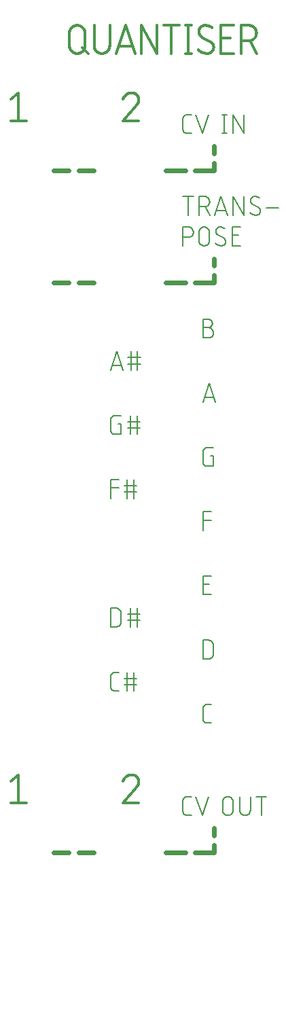
<source format=gbr>
G04 EAGLE Gerber RS-274X export*
G75*
%MOMM*%
%FSLAX34Y34*%
%LPD*%
%INSilkscreen Top*%
%IPPOS*%
%AMOC8*
5,1,8,0,0,1.08239X$1,22.5*%
G01*
%ADD10C,0.203200*%
%ADD11C,0.609600*%
%ADD12C,0.304800*%
%ADD13R,0.300000X0.100000*%
%ADD14R,0.700000X0.100000*%
%ADD15R,0.800000X0.100000*%
%ADD16R,0.500000X0.100000*%
%ADD17R,0.400000X0.100000*%
%ADD18R,1.200000X0.100000*%
%ADD19R,0.200000X0.100000*%
%ADD20R,0.600000X0.100000*%
%ADD21R,1.100000X0.100000*%
%ADD22R,1.500000X0.100000*%
%ADD23R,0.100000X0.100000*%
%ADD24R,0.900000X0.100000*%
%ADD25R,1.300000X0.100000*%
%ADD26R,1.700000X0.100000*%
%ADD27R,1.400000X0.100000*%
%ADD28R,1.600000X0.100000*%
%ADD29R,1.900000X0.100000*%
%ADD30R,1.800000X0.100000*%
%ADD31R,1.000000X0.100000*%
%ADD32R,2.000000X0.100000*%
%ADD33R,2.600000X0.100000*%
%ADD34R,2.500000X0.100000*%
%ADD35R,2.300000X0.100000*%
%ADD36R,2.800000X0.100000*%
%ADD37R,2.900000X0.100000*%
%ADD38R,3.700000X0.100000*%
%ADD39R,2.700000X0.100000*%
%ADD40R,2.400000X0.100000*%
%ADD41R,2.200000X0.100000*%
%ADD42R,4.900000X0.100000*%
%ADD43R,4.300000X0.100000*%
%ADD44R,3.000000X0.100000*%
%ADD45R,2.100000X0.100000*%


D10*
X281402Y1116016D02*
X276209Y1116016D01*
X276066Y1116018D01*
X275923Y1116024D01*
X275780Y1116034D01*
X275638Y1116048D01*
X275496Y1116065D01*
X275354Y1116087D01*
X275213Y1116112D01*
X275073Y1116142D01*
X274934Y1116175D01*
X274796Y1116212D01*
X274659Y1116253D01*
X274523Y1116297D01*
X274388Y1116346D01*
X274255Y1116398D01*
X274123Y1116453D01*
X273993Y1116513D01*
X273864Y1116576D01*
X273737Y1116642D01*
X273612Y1116712D01*
X273490Y1116785D01*
X273369Y1116862D01*
X273250Y1116942D01*
X273134Y1117025D01*
X273019Y1117111D01*
X272908Y1117200D01*
X272798Y1117293D01*
X272692Y1117388D01*
X272588Y1117487D01*
X272487Y1117588D01*
X272388Y1117692D01*
X272293Y1117798D01*
X272200Y1117908D01*
X272111Y1118019D01*
X272025Y1118134D01*
X271942Y1118250D01*
X271862Y1118369D01*
X271785Y1118490D01*
X271712Y1118613D01*
X271642Y1118737D01*
X271576Y1118864D01*
X271513Y1118993D01*
X271453Y1119123D01*
X271398Y1119255D01*
X271346Y1119388D01*
X271297Y1119523D01*
X271253Y1119659D01*
X271212Y1119796D01*
X271175Y1119934D01*
X271142Y1120073D01*
X271112Y1120213D01*
X271087Y1120354D01*
X271065Y1120496D01*
X271048Y1120638D01*
X271034Y1120780D01*
X271024Y1120923D01*
X271018Y1121066D01*
X271016Y1121209D01*
X271016Y1134191D01*
X271018Y1134334D01*
X271024Y1134477D01*
X271034Y1134620D01*
X271048Y1134762D01*
X271065Y1134904D01*
X271087Y1135046D01*
X271112Y1135187D01*
X271142Y1135327D01*
X271175Y1135466D01*
X271212Y1135604D01*
X271253Y1135741D01*
X271297Y1135877D01*
X271346Y1136012D01*
X271398Y1136145D01*
X271453Y1136277D01*
X271513Y1136407D01*
X271576Y1136536D01*
X271642Y1136663D01*
X271712Y1136787D01*
X271785Y1136910D01*
X271862Y1137031D01*
X271942Y1137150D01*
X272025Y1137266D01*
X272111Y1137381D01*
X272200Y1137492D01*
X272293Y1137602D01*
X272388Y1137708D01*
X272487Y1137812D01*
X272588Y1137913D01*
X272692Y1138012D01*
X272798Y1138107D01*
X272908Y1138200D01*
X273019Y1138289D01*
X273134Y1138375D01*
X273250Y1138458D01*
X273369Y1138538D01*
X273490Y1138615D01*
X273612Y1138688D01*
X273737Y1138758D01*
X273864Y1138824D01*
X273993Y1138887D01*
X274123Y1138947D01*
X274255Y1139002D01*
X274388Y1139054D01*
X274523Y1139103D01*
X274659Y1139147D01*
X274796Y1139188D01*
X274934Y1139225D01*
X275073Y1139258D01*
X275213Y1139288D01*
X275354Y1139313D01*
X275496Y1139335D01*
X275638Y1139352D01*
X275780Y1139366D01*
X275923Y1139376D01*
X276066Y1139382D01*
X276209Y1139384D01*
X281402Y1139384D01*
X287140Y1139384D02*
X294930Y1116016D01*
X302719Y1139384D01*
X322768Y1139384D02*
X322768Y1116016D01*
X320172Y1116016D02*
X325364Y1116016D01*
X325364Y1139384D02*
X320172Y1139384D01*
X333676Y1139384D02*
X333676Y1116016D01*
X346658Y1116016D02*
X333676Y1139384D01*
X346658Y1139384D02*
X346658Y1116016D01*
X277507Y1037484D02*
X277507Y1014116D01*
X271016Y1037484D02*
X283998Y1037484D01*
X291263Y1037484D02*
X291263Y1014116D01*
X291263Y1037484D02*
X297754Y1037484D01*
X297913Y1037482D01*
X298072Y1037476D01*
X298232Y1037466D01*
X298390Y1037453D01*
X298549Y1037435D01*
X298706Y1037414D01*
X298864Y1037388D01*
X299020Y1037359D01*
X299176Y1037326D01*
X299331Y1037289D01*
X299485Y1037249D01*
X299638Y1037204D01*
X299790Y1037156D01*
X299941Y1037105D01*
X300090Y1037049D01*
X300238Y1036990D01*
X300384Y1036927D01*
X300529Y1036861D01*
X300672Y1036791D01*
X300814Y1036718D01*
X300953Y1036641D01*
X301091Y1036561D01*
X301227Y1036477D01*
X301360Y1036390D01*
X301492Y1036300D01*
X301621Y1036207D01*
X301747Y1036110D01*
X301872Y1036011D01*
X301994Y1035908D01*
X302113Y1035803D01*
X302230Y1035694D01*
X302344Y1035583D01*
X302455Y1035469D01*
X302564Y1035352D01*
X302669Y1035233D01*
X302772Y1035111D01*
X302871Y1034986D01*
X302968Y1034860D01*
X303061Y1034731D01*
X303151Y1034599D01*
X303238Y1034466D01*
X303322Y1034330D01*
X303402Y1034192D01*
X303479Y1034053D01*
X303552Y1033911D01*
X303622Y1033768D01*
X303688Y1033623D01*
X303751Y1033477D01*
X303810Y1033329D01*
X303866Y1033180D01*
X303917Y1033029D01*
X303965Y1032877D01*
X304010Y1032724D01*
X304050Y1032570D01*
X304087Y1032415D01*
X304120Y1032259D01*
X304149Y1032103D01*
X304175Y1031945D01*
X304196Y1031788D01*
X304214Y1031629D01*
X304227Y1031471D01*
X304237Y1031311D01*
X304243Y1031152D01*
X304245Y1030993D01*
X304243Y1030834D01*
X304237Y1030675D01*
X304227Y1030515D01*
X304214Y1030357D01*
X304196Y1030198D01*
X304175Y1030041D01*
X304149Y1029883D01*
X304120Y1029727D01*
X304087Y1029571D01*
X304050Y1029416D01*
X304010Y1029262D01*
X303965Y1029109D01*
X303917Y1028957D01*
X303866Y1028806D01*
X303810Y1028657D01*
X303751Y1028509D01*
X303688Y1028363D01*
X303622Y1028218D01*
X303552Y1028075D01*
X303479Y1027933D01*
X303402Y1027794D01*
X303322Y1027656D01*
X303238Y1027520D01*
X303151Y1027387D01*
X303061Y1027255D01*
X302968Y1027126D01*
X302871Y1027000D01*
X302772Y1026875D01*
X302669Y1026753D01*
X302564Y1026634D01*
X302455Y1026517D01*
X302344Y1026403D01*
X302230Y1026292D01*
X302113Y1026183D01*
X301994Y1026078D01*
X301872Y1025975D01*
X301747Y1025876D01*
X301621Y1025779D01*
X301492Y1025686D01*
X301360Y1025596D01*
X301227Y1025509D01*
X301091Y1025425D01*
X300953Y1025345D01*
X300814Y1025268D01*
X300672Y1025195D01*
X300529Y1025125D01*
X300384Y1025059D01*
X300238Y1024996D01*
X300090Y1024937D01*
X299941Y1024881D01*
X299790Y1024830D01*
X299638Y1024782D01*
X299485Y1024737D01*
X299331Y1024697D01*
X299176Y1024660D01*
X299020Y1024627D01*
X298864Y1024598D01*
X298706Y1024572D01*
X298549Y1024551D01*
X298390Y1024533D01*
X298232Y1024520D01*
X298072Y1024510D01*
X297913Y1024504D01*
X297754Y1024502D01*
X291263Y1024502D01*
X299052Y1024502D02*
X304245Y1014116D01*
X310779Y1014116D02*
X318569Y1037484D01*
X326358Y1014116D01*
X324411Y1019958D02*
X312727Y1019958D01*
X333652Y1014116D02*
X333652Y1037484D01*
X346635Y1014116D01*
X346635Y1037484D01*
X367513Y1019309D02*
X367511Y1019166D01*
X367505Y1019023D01*
X367495Y1018880D01*
X367481Y1018738D01*
X367464Y1018596D01*
X367442Y1018454D01*
X367417Y1018313D01*
X367387Y1018173D01*
X367354Y1018034D01*
X367317Y1017896D01*
X367276Y1017759D01*
X367232Y1017623D01*
X367183Y1017488D01*
X367131Y1017355D01*
X367076Y1017223D01*
X367016Y1017093D01*
X366953Y1016964D01*
X366887Y1016837D01*
X366817Y1016713D01*
X366744Y1016590D01*
X366667Y1016469D01*
X366587Y1016350D01*
X366504Y1016234D01*
X366418Y1016119D01*
X366329Y1016008D01*
X366236Y1015898D01*
X366141Y1015792D01*
X366042Y1015688D01*
X365941Y1015587D01*
X365837Y1015488D01*
X365731Y1015393D01*
X365621Y1015300D01*
X365510Y1015211D01*
X365395Y1015125D01*
X365279Y1015042D01*
X365160Y1014962D01*
X365039Y1014885D01*
X364917Y1014812D01*
X364792Y1014742D01*
X364665Y1014676D01*
X364536Y1014613D01*
X364406Y1014553D01*
X364274Y1014498D01*
X364141Y1014446D01*
X364006Y1014397D01*
X363870Y1014353D01*
X363733Y1014312D01*
X363595Y1014275D01*
X363456Y1014242D01*
X363316Y1014212D01*
X363175Y1014187D01*
X363033Y1014165D01*
X362891Y1014148D01*
X362749Y1014134D01*
X362606Y1014124D01*
X362463Y1014118D01*
X362320Y1014116D01*
X362058Y1014119D01*
X361795Y1014129D01*
X361533Y1014144D01*
X361272Y1014166D01*
X361011Y1014194D01*
X360751Y1014229D01*
X360491Y1014270D01*
X360233Y1014316D01*
X359976Y1014369D01*
X359720Y1014429D01*
X359466Y1014494D01*
X359213Y1014565D01*
X358963Y1014642D01*
X358714Y1014726D01*
X358467Y1014815D01*
X358222Y1014910D01*
X357980Y1015011D01*
X357740Y1015118D01*
X357503Y1015230D01*
X357269Y1015348D01*
X357037Y1015472D01*
X356809Y1015601D01*
X356583Y1015736D01*
X356361Y1015876D01*
X356142Y1016021D01*
X355927Y1016171D01*
X355716Y1016327D01*
X355508Y1016487D01*
X355304Y1016653D01*
X355105Y1016823D01*
X354909Y1016998D01*
X354718Y1017177D01*
X354531Y1017362D01*
X355180Y1032291D02*
X355182Y1032434D01*
X355188Y1032577D01*
X355198Y1032720D01*
X355212Y1032862D01*
X355229Y1033004D01*
X355251Y1033146D01*
X355276Y1033287D01*
X355306Y1033427D01*
X355339Y1033566D01*
X355376Y1033704D01*
X355417Y1033841D01*
X355461Y1033977D01*
X355510Y1034112D01*
X355562Y1034245D01*
X355617Y1034377D01*
X355677Y1034507D01*
X355740Y1034636D01*
X355806Y1034763D01*
X355876Y1034888D01*
X355949Y1035010D01*
X356026Y1035131D01*
X356106Y1035250D01*
X356189Y1035366D01*
X356275Y1035481D01*
X356364Y1035592D01*
X356457Y1035702D01*
X356552Y1035808D01*
X356651Y1035912D01*
X356752Y1036013D01*
X356856Y1036112D01*
X356962Y1036207D01*
X357072Y1036300D01*
X357183Y1036389D01*
X357298Y1036475D01*
X357414Y1036559D01*
X357533Y1036638D01*
X357654Y1036715D01*
X357777Y1036788D01*
X357901Y1036858D01*
X358028Y1036924D01*
X358157Y1036987D01*
X358287Y1037047D01*
X358419Y1037102D01*
X358552Y1037154D01*
X358687Y1037203D01*
X358823Y1037247D01*
X358960Y1037288D01*
X359098Y1037325D01*
X359237Y1037358D01*
X359377Y1037388D01*
X359518Y1037413D01*
X359660Y1037435D01*
X359802Y1037452D01*
X359944Y1037466D01*
X360087Y1037476D01*
X360230Y1037482D01*
X360373Y1037484D01*
X360605Y1037481D01*
X360837Y1037473D01*
X361069Y1037459D01*
X361300Y1037440D01*
X361531Y1037415D01*
X361761Y1037385D01*
X361990Y1037349D01*
X362218Y1037308D01*
X362446Y1037261D01*
X362672Y1037209D01*
X362897Y1037151D01*
X363120Y1037088D01*
X363342Y1037020D01*
X363562Y1036947D01*
X363780Y1036868D01*
X363997Y1036785D01*
X364211Y1036696D01*
X364423Y1036602D01*
X364633Y1036503D01*
X364841Y1036399D01*
X365045Y1036290D01*
X365248Y1036176D01*
X365447Y1036057D01*
X365644Y1035934D01*
X365837Y1035806D01*
X366028Y1035674D01*
X366215Y1035537D01*
X357776Y1027747D02*
X357653Y1027822D01*
X357532Y1027900D01*
X357413Y1027982D01*
X357297Y1028066D01*
X357183Y1028154D01*
X357071Y1028245D01*
X356961Y1028339D01*
X356855Y1028436D01*
X356751Y1028536D01*
X356650Y1028638D01*
X356551Y1028744D01*
X356456Y1028852D01*
X356363Y1028962D01*
X356274Y1029075D01*
X356188Y1029191D01*
X356104Y1029308D01*
X356025Y1029428D01*
X355948Y1029550D01*
X355875Y1029674D01*
X355805Y1029800D01*
X355739Y1029928D01*
X355676Y1030058D01*
X355617Y1030189D01*
X355561Y1030322D01*
X355509Y1030457D01*
X355461Y1030593D01*
X355416Y1030730D01*
X355376Y1030868D01*
X355339Y1031007D01*
X355305Y1031147D01*
X355276Y1031288D01*
X355251Y1031430D01*
X355229Y1031573D01*
X355211Y1031716D01*
X355198Y1031859D01*
X355188Y1032003D01*
X355182Y1032147D01*
X355180Y1032291D01*
X364917Y1023853D02*
X365040Y1023778D01*
X365161Y1023700D01*
X365280Y1023618D01*
X365396Y1023534D01*
X365510Y1023446D01*
X365622Y1023355D01*
X365731Y1023261D01*
X365838Y1023164D01*
X365942Y1023064D01*
X366043Y1022962D01*
X366142Y1022856D01*
X366237Y1022748D01*
X366330Y1022638D01*
X366419Y1022525D01*
X366505Y1022410D01*
X366588Y1022292D01*
X366668Y1022172D01*
X366745Y1022050D01*
X366818Y1021926D01*
X366888Y1021800D01*
X366954Y1021672D01*
X367017Y1021542D01*
X367076Y1021411D01*
X367132Y1021278D01*
X367184Y1021143D01*
X367232Y1021007D01*
X367277Y1020870D01*
X367317Y1020732D01*
X367354Y1020593D01*
X367388Y1020453D01*
X367417Y1020312D01*
X367442Y1020170D01*
X367464Y1020027D01*
X367482Y1019884D01*
X367495Y1019741D01*
X367505Y1019597D01*
X367511Y1019453D01*
X367513Y1019309D01*
X364917Y1023853D02*
X357777Y1027747D01*
X374808Y1023204D02*
X390386Y1023204D01*
X271016Y999384D02*
X271016Y976016D01*
X271016Y999384D02*
X277507Y999384D01*
X277666Y999382D01*
X277825Y999376D01*
X277985Y999366D01*
X278143Y999353D01*
X278302Y999335D01*
X278459Y999314D01*
X278617Y999288D01*
X278773Y999259D01*
X278929Y999226D01*
X279084Y999189D01*
X279238Y999149D01*
X279391Y999104D01*
X279543Y999056D01*
X279694Y999005D01*
X279843Y998949D01*
X279991Y998890D01*
X280137Y998827D01*
X280282Y998761D01*
X280425Y998691D01*
X280567Y998618D01*
X280706Y998541D01*
X280844Y998461D01*
X280980Y998377D01*
X281113Y998290D01*
X281245Y998200D01*
X281374Y998107D01*
X281500Y998010D01*
X281625Y997911D01*
X281747Y997808D01*
X281866Y997703D01*
X281983Y997594D01*
X282097Y997483D01*
X282208Y997369D01*
X282317Y997252D01*
X282422Y997133D01*
X282525Y997011D01*
X282624Y996886D01*
X282721Y996760D01*
X282814Y996631D01*
X282904Y996499D01*
X282991Y996366D01*
X283075Y996230D01*
X283155Y996092D01*
X283232Y995953D01*
X283305Y995811D01*
X283375Y995668D01*
X283441Y995523D01*
X283504Y995377D01*
X283563Y995229D01*
X283619Y995080D01*
X283670Y994929D01*
X283718Y994777D01*
X283763Y994624D01*
X283803Y994470D01*
X283840Y994315D01*
X283873Y994159D01*
X283902Y994003D01*
X283928Y993845D01*
X283949Y993688D01*
X283967Y993529D01*
X283980Y993371D01*
X283990Y993211D01*
X283996Y993052D01*
X283998Y992893D01*
X283996Y992734D01*
X283990Y992575D01*
X283980Y992415D01*
X283967Y992257D01*
X283949Y992098D01*
X283928Y991941D01*
X283902Y991783D01*
X283873Y991627D01*
X283840Y991471D01*
X283803Y991316D01*
X283763Y991162D01*
X283718Y991009D01*
X283670Y990857D01*
X283619Y990706D01*
X283563Y990557D01*
X283504Y990409D01*
X283441Y990263D01*
X283375Y990118D01*
X283305Y989975D01*
X283232Y989833D01*
X283155Y989694D01*
X283075Y989556D01*
X282991Y989420D01*
X282904Y989287D01*
X282814Y989155D01*
X282721Y989026D01*
X282624Y988900D01*
X282525Y988775D01*
X282422Y988653D01*
X282317Y988534D01*
X282208Y988417D01*
X282097Y988303D01*
X281983Y988192D01*
X281866Y988083D01*
X281747Y987978D01*
X281625Y987875D01*
X281500Y987776D01*
X281374Y987679D01*
X281245Y987586D01*
X281113Y987496D01*
X280980Y987409D01*
X280844Y987325D01*
X280706Y987245D01*
X280567Y987168D01*
X280425Y987095D01*
X280282Y987025D01*
X280137Y986959D01*
X279991Y986896D01*
X279843Y986837D01*
X279694Y986781D01*
X279543Y986730D01*
X279391Y986682D01*
X279238Y986637D01*
X279084Y986597D01*
X278929Y986560D01*
X278773Y986527D01*
X278617Y986498D01*
X278459Y986472D01*
X278302Y986451D01*
X278143Y986433D01*
X277985Y986420D01*
X277825Y986410D01*
X277666Y986404D01*
X277507Y986402D01*
X271016Y986402D01*
X291051Y982507D02*
X291051Y992893D01*
X291053Y993052D01*
X291059Y993211D01*
X291069Y993371D01*
X291082Y993529D01*
X291100Y993688D01*
X291121Y993845D01*
X291147Y994003D01*
X291176Y994159D01*
X291209Y994315D01*
X291246Y994470D01*
X291286Y994624D01*
X291331Y994777D01*
X291379Y994929D01*
X291430Y995080D01*
X291486Y995229D01*
X291545Y995377D01*
X291608Y995523D01*
X291674Y995668D01*
X291744Y995811D01*
X291817Y995953D01*
X291894Y996092D01*
X291974Y996230D01*
X292058Y996366D01*
X292145Y996499D01*
X292235Y996631D01*
X292328Y996760D01*
X292425Y996886D01*
X292524Y997011D01*
X292627Y997133D01*
X292732Y997252D01*
X292841Y997369D01*
X292952Y997483D01*
X293066Y997594D01*
X293183Y997703D01*
X293302Y997808D01*
X293424Y997911D01*
X293549Y998010D01*
X293675Y998107D01*
X293804Y998200D01*
X293936Y998290D01*
X294069Y998377D01*
X294205Y998461D01*
X294343Y998541D01*
X294482Y998618D01*
X294624Y998691D01*
X294767Y998761D01*
X294912Y998827D01*
X295058Y998890D01*
X295206Y998949D01*
X295355Y999005D01*
X295506Y999056D01*
X295658Y999104D01*
X295811Y999149D01*
X295965Y999189D01*
X296120Y999226D01*
X296276Y999259D01*
X296432Y999288D01*
X296590Y999314D01*
X296747Y999335D01*
X296906Y999353D01*
X297064Y999366D01*
X297224Y999376D01*
X297383Y999382D01*
X297542Y999384D01*
X297701Y999382D01*
X297860Y999376D01*
X298020Y999366D01*
X298178Y999353D01*
X298337Y999335D01*
X298494Y999314D01*
X298652Y999288D01*
X298808Y999259D01*
X298964Y999226D01*
X299119Y999189D01*
X299273Y999149D01*
X299426Y999104D01*
X299578Y999056D01*
X299729Y999005D01*
X299878Y998949D01*
X300026Y998890D01*
X300172Y998827D01*
X300317Y998761D01*
X300460Y998691D01*
X300602Y998618D01*
X300741Y998541D01*
X300879Y998461D01*
X301015Y998377D01*
X301148Y998290D01*
X301280Y998200D01*
X301409Y998107D01*
X301535Y998010D01*
X301660Y997911D01*
X301782Y997808D01*
X301901Y997703D01*
X302018Y997594D01*
X302132Y997483D01*
X302243Y997369D01*
X302352Y997252D01*
X302457Y997133D01*
X302560Y997011D01*
X302659Y996886D01*
X302756Y996760D01*
X302849Y996631D01*
X302939Y996499D01*
X303026Y996366D01*
X303110Y996230D01*
X303190Y996092D01*
X303267Y995953D01*
X303340Y995811D01*
X303410Y995668D01*
X303476Y995523D01*
X303539Y995377D01*
X303598Y995229D01*
X303654Y995080D01*
X303705Y994929D01*
X303753Y994777D01*
X303798Y994624D01*
X303838Y994470D01*
X303875Y994315D01*
X303908Y994159D01*
X303937Y994003D01*
X303963Y993845D01*
X303984Y993688D01*
X304002Y993529D01*
X304015Y993371D01*
X304025Y993211D01*
X304031Y993052D01*
X304033Y992893D01*
X304033Y982507D01*
X304031Y982348D01*
X304025Y982189D01*
X304015Y982029D01*
X304002Y981871D01*
X303984Y981712D01*
X303963Y981555D01*
X303937Y981397D01*
X303908Y981241D01*
X303875Y981085D01*
X303838Y980930D01*
X303798Y980776D01*
X303753Y980623D01*
X303705Y980471D01*
X303654Y980320D01*
X303598Y980171D01*
X303539Y980023D01*
X303476Y979877D01*
X303410Y979732D01*
X303340Y979589D01*
X303267Y979447D01*
X303190Y979308D01*
X303110Y979170D01*
X303026Y979034D01*
X302939Y978901D01*
X302849Y978769D01*
X302756Y978640D01*
X302659Y978514D01*
X302560Y978389D01*
X302457Y978267D01*
X302352Y978148D01*
X302243Y978031D01*
X302132Y977917D01*
X302018Y977806D01*
X301901Y977697D01*
X301782Y977592D01*
X301660Y977489D01*
X301535Y977390D01*
X301409Y977293D01*
X301280Y977200D01*
X301148Y977110D01*
X301015Y977023D01*
X300879Y976939D01*
X300741Y976859D01*
X300602Y976782D01*
X300460Y976709D01*
X300317Y976639D01*
X300172Y976573D01*
X300026Y976510D01*
X299878Y976451D01*
X299729Y976395D01*
X299578Y976344D01*
X299426Y976296D01*
X299273Y976251D01*
X299119Y976211D01*
X298964Y976174D01*
X298808Y976141D01*
X298652Y976112D01*
X298494Y976086D01*
X298337Y976065D01*
X298178Y976047D01*
X298020Y976034D01*
X297860Y976024D01*
X297701Y976018D01*
X297542Y976016D01*
X297383Y976018D01*
X297224Y976024D01*
X297064Y976034D01*
X296906Y976047D01*
X296747Y976065D01*
X296590Y976086D01*
X296432Y976112D01*
X296276Y976141D01*
X296120Y976174D01*
X295965Y976211D01*
X295811Y976251D01*
X295658Y976296D01*
X295506Y976344D01*
X295355Y976395D01*
X295206Y976451D01*
X295058Y976510D01*
X294912Y976573D01*
X294767Y976639D01*
X294624Y976709D01*
X294482Y976782D01*
X294343Y976859D01*
X294205Y976939D01*
X294069Y977023D01*
X293936Y977110D01*
X293804Y977200D01*
X293675Y977293D01*
X293549Y977390D01*
X293424Y977489D01*
X293302Y977592D01*
X293183Y977697D01*
X293066Y977806D01*
X292952Y977917D01*
X292841Y978031D01*
X292732Y978148D01*
X292627Y978267D01*
X292524Y978389D01*
X292425Y978514D01*
X292328Y978640D01*
X292235Y978769D01*
X292145Y978901D01*
X292058Y979034D01*
X291974Y979170D01*
X291894Y979308D01*
X291817Y979447D01*
X291744Y979589D01*
X291674Y979732D01*
X291608Y979877D01*
X291545Y980023D01*
X291486Y980171D01*
X291430Y980320D01*
X291379Y980471D01*
X291331Y980623D01*
X291286Y980776D01*
X291246Y980930D01*
X291209Y981085D01*
X291176Y981241D01*
X291147Y981397D01*
X291121Y981555D01*
X291100Y981712D01*
X291082Y981871D01*
X291069Y982029D01*
X291059Y982189D01*
X291053Y982348D01*
X291051Y982507D01*
X319023Y976016D02*
X319166Y976018D01*
X319309Y976024D01*
X319452Y976034D01*
X319594Y976048D01*
X319736Y976065D01*
X319878Y976087D01*
X320019Y976112D01*
X320159Y976142D01*
X320298Y976175D01*
X320436Y976212D01*
X320573Y976253D01*
X320709Y976297D01*
X320844Y976346D01*
X320977Y976398D01*
X321109Y976453D01*
X321239Y976513D01*
X321368Y976576D01*
X321495Y976642D01*
X321620Y976712D01*
X321742Y976785D01*
X321863Y976862D01*
X321982Y976942D01*
X322098Y977025D01*
X322213Y977111D01*
X322324Y977200D01*
X322434Y977293D01*
X322540Y977388D01*
X322644Y977487D01*
X322745Y977588D01*
X322844Y977692D01*
X322939Y977798D01*
X323032Y977908D01*
X323121Y978019D01*
X323207Y978134D01*
X323290Y978250D01*
X323370Y978369D01*
X323447Y978490D01*
X323520Y978613D01*
X323590Y978737D01*
X323656Y978864D01*
X323719Y978993D01*
X323779Y979123D01*
X323834Y979255D01*
X323886Y979388D01*
X323935Y979523D01*
X323979Y979659D01*
X324020Y979796D01*
X324057Y979934D01*
X324090Y980073D01*
X324120Y980213D01*
X324145Y980354D01*
X324167Y980496D01*
X324184Y980638D01*
X324198Y980780D01*
X324208Y980923D01*
X324214Y981066D01*
X324216Y981209D01*
X319023Y976016D02*
X318761Y976019D01*
X318498Y976029D01*
X318236Y976044D01*
X317975Y976066D01*
X317714Y976094D01*
X317454Y976129D01*
X317194Y976170D01*
X316936Y976216D01*
X316679Y976269D01*
X316423Y976329D01*
X316169Y976394D01*
X315916Y976465D01*
X315666Y976542D01*
X315417Y976626D01*
X315170Y976715D01*
X314925Y976810D01*
X314683Y976911D01*
X314443Y977018D01*
X314206Y977130D01*
X313972Y977248D01*
X313740Y977372D01*
X313512Y977501D01*
X313286Y977636D01*
X313064Y977776D01*
X312845Y977921D01*
X312630Y978071D01*
X312419Y978227D01*
X312211Y978387D01*
X312007Y978553D01*
X311808Y978723D01*
X311612Y978898D01*
X311421Y979077D01*
X311234Y979262D01*
X311883Y994191D02*
X311885Y994334D01*
X311891Y994477D01*
X311901Y994620D01*
X311915Y994762D01*
X311932Y994904D01*
X311954Y995046D01*
X311979Y995187D01*
X312009Y995327D01*
X312042Y995466D01*
X312079Y995604D01*
X312120Y995741D01*
X312164Y995877D01*
X312213Y996012D01*
X312265Y996145D01*
X312320Y996277D01*
X312380Y996407D01*
X312443Y996536D01*
X312509Y996663D01*
X312579Y996788D01*
X312652Y996910D01*
X312729Y997031D01*
X312809Y997150D01*
X312892Y997266D01*
X312978Y997381D01*
X313067Y997492D01*
X313160Y997602D01*
X313255Y997708D01*
X313354Y997812D01*
X313455Y997913D01*
X313559Y998012D01*
X313665Y998107D01*
X313775Y998200D01*
X313886Y998289D01*
X314001Y998375D01*
X314117Y998459D01*
X314236Y998538D01*
X314357Y998615D01*
X314480Y998688D01*
X314604Y998758D01*
X314731Y998824D01*
X314860Y998887D01*
X314990Y998947D01*
X315122Y999002D01*
X315255Y999054D01*
X315390Y999103D01*
X315526Y999147D01*
X315663Y999188D01*
X315801Y999225D01*
X315940Y999258D01*
X316080Y999288D01*
X316221Y999313D01*
X316363Y999335D01*
X316505Y999352D01*
X316647Y999366D01*
X316790Y999376D01*
X316933Y999382D01*
X317076Y999384D01*
X317308Y999381D01*
X317540Y999373D01*
X317772Y999359D01*
X318003Y999340D01*
X318234Y999315D01*
X318464Y999285D01*
X318693Y999249D01*
X318921Y999208D01*
X319149Y999161D01*
X319375Y999109D01*
X319600Y999051D01*
X319823Y998988D01*
X320045Y998920D01*
X320265Y998847D01*
X320483Y998768D01*
X320700Y998685D01*
X320914Y998596D01*
X321126Y998502D01*
X321336Y998403D01*
X321544Y998299D01*
X321748Y998190D01*
X321951Y998076D01*
X322150Y997957D01*
X322347Y997834D01*
X322540Y997706D01*
X322731Y997574D01*
X322918Y997437D01*
X314479Y989647D02*
X314356Y989722D01*
X314235Y989800D01*
X314116Y989882D01*
X314000Y989966D01*
X313886Y990054D01*
X313774Y990145D01*
X313664Y990239D01*
X313558Y990336D01*
X313454Y990436D01*
X313353Y990538D01*
X313254Y990644D01*
X313159Y990752D01*
X313066Y990862D01*
X312977Y990975D01*
X312891Y991091D01*
X312807Y991208D01*
X312728Y991328D01*
X312651Y991450D01*
X312578Y991574D01*
X312508Y991700D01*
X312442Y991828D01*
X312379Y991958D01*
X312320Y992089D01*
X312264Y992222D01*
X312212Y992357D01*
X312164Y992493D01*
X312119Y992630D01*
X312079Y992768D01*
X312042Y992907D01*
X312008Y993047D01*
X311979Y993188D01*
X311954Y993330D01*
X311932Y993473D01*
X311914Y993616D01*
X311901Y993759D01*
X311891Y993903D01*
X311885Y994047D01*
X311883Y994191D01*
X321620Y985753D02*
X321743Y985678D01*
X321864Y985600D01*
X321983Y985518D01*
X322099Y985434D01*
X322213Y985346D01*
X322325Y985255D01*
X322434Y985161D01*
X322541Y985064D01*
X322645Y984964D01*
X322746Y984862D01*
X322845Y984756D01*
X322940Y984648D01*
X323033Y984538D01*
X323122Y984425D01*
X323208Y984310D01*
X323291Y984192D01*
X323371Y984072D01*
X323448Y983950D01*
X323521Y983826D01*
X323591Y983700D01*
X323657Y983572D01*
X323720Y983442D01*
X323779Y983311D01*
X323835Y983178D01*
X323887Y983043D01*
X323935Y982907D01*
X323980Y982770D01*
X324020Y982632D01*
X324057Y982493D01*
X324091Y982353D01*
X324120Y982212D01*
X324145Y982070D01*
X324167Y981927D01*
X324185Y981784D01*
X324198Y981641D01*
X324208Y981497D01*
X324214Y981353D01*
X324216Y981209D01*
X321620Y985753D02*
X314480Y989647D01*
X332137Y976016D02*
X342523Y976016D01*
X332137Y976016D02*
X332137Y999384D01*
X342523Y999384D01*
X339927Y988998D02*
X332137Y988998D01*
X306402Y381016D02*
X301209Y381016D01*
X301066Y381018D01*
X300923Y381024D01*
X300780Y381034D01*
X300638Y381048D01*
X300496Y381065D01*
X300354Y381087D01*
X300213Y381112D01*
X300073Y381142D01*
X299934Y381175D01*
X299796Y381212D01*
X299659Y381253D01*
X299523Y381297D01*
X299388Y381346D01*
X299255Y381398D01*
X299123Y381453D01*
X298993Y381513D01*
X298864Y381576D01*
X298737Y381642D01*
X298612Y381712D01*
X298490Y381785D01*
X298369Y381862D01*
X298250Y381942D01*
X298134Y382025D01*
X298019Y382111D01*
X297908Y382200D01*
X297798Y382293D01*
X297692Y382388D01*
X297588Y382487D01*
X297487Y382588D01*
X297388Y382692D01*
X297293Y382798D01*
X297200Y382908D01*
X297111Y383019D01*
X297025Y383134D01*
X296942Y383250D01*
X296862Y383369D01*
X296785Y383490D01*
X296712Y383613D01*
X296642Y383737D01*
X296576Y383864D01*
X296513Y383993D01*
X296453Y384123D01*
X296398Y384255D01*
X296346Y384388D01*
X296297Y384523D01*
X296253Y384659D01*
X296212Y384796D01*
X296175Y384934D01*
X296142Y385073D01*
X296112Y385213D01*
X296087Y385354D01*
X296065Y385496D01*
X296048Y385638D01*
X296034Y385780D01*
X296024Y385923D01*
X296018Y386066D01*
X296016Y386209D01*
X296016Y399191D01*
X296018Y399334D01*
X296024Y399477D01*
X296034Y399620D01*
X296048Y399762D01*
X296065Y399904D01*
X296087Y400046D01*
X296112Y400187D01*
X296142Y400327D01*
X296175Y400466D01*
X296212Y400604D01*
X296253Y400741D01*
X296297Y400877D01*
X296346Y401012D01*
X296398Y401145D01*
X296453Y401277D01*
X296513Y401407D01*
X296576Y401536D01*
X296642Y401663D01*
X296712Y401787D01*
X296785Y401910D01*
X296862Y402031D01*
X296942Y402150D01*
X297025Y402266D01*
X297111Y402381D01*
X297200Y402492D01*
X297293Y402602D01*
X297388Y402708D01*
X297487Y402812D01*
X297588Y402913D01*
X297692Y403012D01*
X297798Y403107D01*
X297908Y403200D01*
X298019Y403289D01*
X298134Y403375D01*
X298250Y403458D01*
X298369Y403538D01*
X298490Y403615D01*
X298612Y403688D01*
X298737Y403758D01*
X298864Y403824D01*
X298993Y403887D01*
X299123Y403947D01*
X299255Y404002D01*
X299388Y404054D01*
X299523Y404103D01*
X299659Y404147D01*
X299796Y404188D01*
X299934Y404225D01*
X300073Y404258D01*
X300213Y404288D01*
X300354Y404313D01*
X300496Y404335D01*
X300638Y404352D01*
X300780Y404366D01*
X300923Y404376D01*
X301066Y404382D01*
X301209Y404384D01*
X306402Y404384D01*
X296016Y461016D02*
X296016Y484384D01*
X302507Y484384D01*
X302666Y484382D01*
X302825Y484376D01*
X302985Y484366D01*
X303143Y484353D01*
X303302Y484335D01*
X303459Y484314D01*
X303617Y484288D01*
X303773Y484259D01*
X303929Y484226D01*
X304084Y484189D01*
X304238Y484149D01*
X304391Y484104D01*
X304543Y484056D01*
X304694Y484005D01*
X304843Y483949D01*
X304991Y483890D01*
X305137Y483827D01*
X305282Y483761D01*
X305425Y483691D01*
X305567Y483618D01*
X305706Y483541D01*
X305844Y483461D01*
X305980Y483377D01*
X306113Y483290D01*
X306245Y483200D01*
X306374Y483107D01*
X306500Y483010D01*
X306625Y482911D01*
X306747Y482808D01*
X306866Y482703D01*
X306983Y482594D01*
X307097Y482483D01*
X307208Y482369D01*
X307317Y482252D01*
X307422Y482133D01*
X307525Y482011D01*
X307624Y481886D01*
X307721Y481760D01*
X307814Y481631D01*
X307904Y481499D01*
X307991Y481366D01*
X308075Y481230D01*
X308155Y481092D01*
X308232Y480953D01*
X308305Y480811D01*
X308375Y480668D01*
X308441Y480523D01*
X308504Y480377D01*
X308563Y480229D01*
X308619Y480080D01*
X308670Y479929D01*
X308718Y479777D01*
X308763Y479624D01*
X308803Y479470D01*
X308840Y479315D01*
X308873Y479159D01*
X308902Y479003D01*
X308928Y478845D01*
X308949Y478688D01*
X308967Y478529D01*
X308980Y478371D01*
X308990Y478211D01*
X308996Y478052D01*
X308998Y477893D01*
X308998Y467507D01*
X308996Y467348D01*
X308990Y467189D01*
X308980Y467029D01*
X308967Y466871D01*
X308949Y466712D01*
X308928Y466555D01*
X308902Y466397D01*
X308873Y466241D01*
X308840Y466085D01*
X308803Y465930D01*
X308763Y465776D01*
X308718Y465623D01*
X308670Y465471D01*
X308619Y465320D01*
X308563Y465171D01*
X308504Y465023D01*
X308441Y464877D01*
X308375Y464732D01*
X308305Y464589D01*
X308232Y464447D01*
X308155Y464308D01*
X308075Y464170D01*
X307991Y464034D01*
X307904Y463901D01*
X307814Y463769D01*
X307721Y463640D01*
X307624Y463514D01*
X307525Y463389D01*
X307422Y463267D01*
X307317Y463148D01*
X307208Y463031D01*
X307097Y462917D01*
X306983Y462806D01*
X306866Y462697D01*
X306747Y462592D01*
X306625Y462489D01*
X306500Y462390D01*
X306374Y462293D01*
X306245Y462200D01*
X306113Y462110D01*
X305980Y462023D01*
X305844Y461939D01*
X305706Y461859D01*
X305567Y461782D01*
X305425Y461709D01*
X305282Y461639D01*
X305137Y461573D01*
X304991Y461510D01*
X304843Y461451D01*
X304694Y461395D01*
X304543Y461344D01*
X304391Y461295D01*
X304238Y461251D01*
X304084Y461211D01*
X303929Y461174D01*
X303773Y461141D01*
X303617Y461112D01*
X303459Y461086D01*
X303302Y461065D01*
X303143Y461047D01*
X302984Y461034D01*
X302825Y461024D01*
X302666Y461018D01*
X302507Y461016D01*
X296016Y461016D01*
X296016Y541016D02*
X306402Y541016D01*
X296016Y541016D02*
X296016Y564384D01*
X306402Y564384D01*
X303805Y553998D02*
X296016Y553998D01*
X296016Y621016D02*
X296016Y644384D01*
X306402Y644384D01*
X306402Y633998D02*
X296016Y633998D01*
X305104Y713998D02*
X308998Y713998D01*
X308998Y701016D01*
X301209Y701016D01*
X301066Y701018D01*
X300923Y701024D01*
X300780Y701034D01*
X300638Y701048D01*
X300496Y701065D01*
X300354Y701087D01*
X300213Y701112D01*
X300073Y701142D01*
X299934Y701175D01*
X299796Y701212D01*
X299659Y701253D01*
X299523Y701297D01*
X299388Y701346D01*
X299255Y701398D01*
X299123Y701453D01*
X298993Y701513D01*
X298864Y701576D01*
X298737Y701642D01*
X298612Y701712D01*
X298490Y701785D01*
X298369Y701862D01*
X298250Y701942D01*
X298134Y702025D01*
X298019Y702111D01*
X297908Y702200D01*
X297798Y702293D01*
X297692Y702388D01*
X297588Y702487D01*
X297487Y702588D01*
X297388Y702692D01*
X297293Y702798D01*
X297200Y702908D01*
X297111Y703019D01*
X297025Y703134D01*
X296942Y703250D01*
X296862Y703369D01*
X296785Y703490D01*
X296712Y703613D01*
X296642Y703737D01*
X296576Y703864D01*
X296513Y703993D01*
X296453Y704123D01*
X296398Y704255D01*
X296346Y704388D01*
X296297Y704523D01*
X296253Y704659D01*
X296212Y704796D01*
X296175Y704934D01*
X296142Y705073D01*
X296112Y705213D01*
X296087Y705354D01*
X296065Y705496D01*
X296048Y705638D01*
X296034Y705780D01*
X296024Y705923D01*
X296018Y706066D01*
X296016Y706209D01*
X296016Y719191D01*
X296018Y719334D01*
X296024Y719477D01*
X296034Y719620D01*
X296048Y719762D01*
X296065Y719904D01*
X296087Y720046D01*
X296112Y720187D01*
X296142Y720327D01*
X296175Y720466D01*
X296212Y720604D01*
X296253Y720741D01*
X296297Y720877D01*
X296346Y721012D01*
X296398Y721145D01*
X296453Y721277D01*
X296513Y721407D01*
X296576Y721536D01*
X296642Y721663D01*
X296712Y721787D01*
X296785Y721910D01*
X296862Y722031D01*
X296942Y722150D01*
X297025Y722266D01*
X297111Y722381D01*
X297200Y722492D01*
X297293Y722602D01*
X297388Y722708D01*
X297487Y722812D01*
X297588Y722913D01*
X297692Y723012D01*
X297798Y723107D01*
X297908Y723200D01*
X298019Y723289D01*
X298134Y723375D01*
X298250Y723458D01*
X298369Y723538D01*
X298490Y723615D01*
X298612Y723688D01*
X298737Y723758D01*
X298864Y723824D01*
X298993Y723887D01*
X299123Y723947D01*
X299255Y724002D01*
X299388Y724054D01*
X299523Y724103D01*
X299659Y724147D01*
X299796Y724188D01*
X299934Y724225D01*
X300073Y724258D01*
X300213Y724288D01*
X300354Y724313D01*
X300496Y724335D01*
X300638Y724352D01*
X300780Y724366D01*
X300923Y724376D01*
X301066Y724382D01*
X301209Y724384D01*
X308998Y724384D01*
X296016Y781016D02*
X303805Y804384D01*
X311595Y781016D01*
X309647Y786858D02*
X297963Y786858D01*
X296016Y873998D02*
X302507Y873998D01*
X302666Y873996D01*
X302825Y873990D01*
X302985Y873980D01*
X303143Y873967D01*
X303302Y873949D01*
X303459Y873928D01*
X303617Y873902D01*
X303773Y873873D01*
X303929Y873840D01*
X304084Y873803D01*
X304238Y873763D01*
X304391Y873718D01*
X304543Y873670D01*
X304694Y873619D01*
X304843Y873563D01*
X304991Y873504D01*
X305137Y873441D01*
X305282Y873375D01*
X305425Y873305D01*
X305567Y873232D01*
X305706Y873155D01*
X305844Y873075D01*
X305980Y872991D01*
X306113Y872904D01*
X306245Y872814D01*
X306374Y872721D01*
X306500Y872624D01*
X306625Y872525D01*
X306747Y872422D01*
X306866Y872317D01*
X306983Y872208D01*
X307097Y872097D01*
X307208Y871983D01*
X307317Y871866D01*
X307422Y871747D01*
X307525Y871625D01*
X307624Y871500D01*
X307721Y871374D01*
X307814Y871245D01*
X307904Y871113D01*
X307991Y870980D01*
X308075Y870844D01*
X308155Y870706D01*
X308232Y870567D01*
X308305Y870425D01*
X308375Y870282D01*
X308441Y870137D01*
X308504Y869991D01*
X308563Y869843D01*
X308619Y869694D01*
X308670Y869543D01*
X308718Y869391D01*
X308763Y869238D01*
X308803Y869084D01*
X308840Y868929D01*
X308873Y868773D01*
X308902Y868617D01*
X308928Y868459D01*
X308949Y868302D01*
X308967Y868143D01*
X308980Y867985D01*
X308990Y867825D01*
X308996Y867666D01*
X308998Y867507D01*
X308996Y867348D01*
X308990Y867189D01*
X308980Y867029D01*
X308967Y866871D01*
X308949Y866712D01*
X308928Y866555D01*
X308902Y866397D01*
X308873Y866241D01*
X308840Y866085D01*
X308803Y865930D01*
X308763Y865776D01*
X308718Y865623D01*
X308670Y865471D01*
X308619Y865320D01*
X308563Y865171D01*
X308504Y865023D01*
X308441Y864877D01*
X308375Y864732D01*
X308305Y864589D01*
X308232Y864447D01*
X308155Y864308D01*
X308075Y864170D01*
X307991Y864034D01*
X307904Y863901D01*
X307814Y863769D01*
X307721Y863640D01*
X307624Y863514D01*
X307525Y863389D01*
X307422Y863267D01*
X307317Y863148D01*
X307208Y863031D01*
X307097Y862917D01*
X306983Y862806D01*
X306866Y862697D01*
X306747Y862592D01*
X306625Y862489D01*
X306500Y862390D01*
X306374Y862293D01*
X306245Y862200D01*
X306113Y862110D01*
X305980Y862023D01*
X305844Y861939D01*
X305706Y861859D01*
X305567Y861782D01*
X305425Y861709D01*
X305282Y861639D01*
X305137Y861573D01*
X304991Y861510D01*
X304843Y861451D01*
X304694Y861395D01*
X304543Y861344D01*
X304391Y861296D01*
X304238Y861251D01*
X304084Y861211D01*
X303929Y861174D01*
X303773Y861141D01*
X303617Y861112D01*
X303459Y861086D01*
X303302Y861065D01*
X303143Y861047D01*
X302985Y861034D01*
X302825Y861024D01*
X302666Y861018D01*
X302507Y861016D01*
X296016Y861016D01*
X296016Y884384D01*
X302507Y884384D01*
X302650Y884382D01*
X302793Y884376D01*
X302936Y884366D01*
X303078Y884352D01*
X303220Y884335D01*
X303362Y884313D01*
X303503Y884288D01*
X303643Y884258D01*
X303782Y884225D01*
X303920Y884188D01*
X304057Y884147D01*
X304193Y884103D01*
X304328Y884054D01*
X304461Y884002D01*
X304593Y883947D01*
X304723Y883887D01*
X304852Y883824D01*
X304979Y883758D01*
X305104Y883688D01*
X305226Y883615D01*
X305347Y883538D01*
X305466Y883458D01*
X305582Y883375D01*
X305697Y883289D01*
X305808Y883200D01*
X305918Y883107D01*
X306024Y883012D01*
X306128Y882913D01*
X306229Y882812D01*
X306328Y882708D01*
X306423Y882602D01*
X306516Y882492D01*
X306605Y882381D01*
X306691Y882266D01*
X306774Y882150D01*
X306854Y882031D01*
X306931Y881910D01*
X307004Y881787D01*
X307074Y881663D01*
X307140Y881536D01*
X307203Y881407D01*
X307263Y881277D01*
X307318Y881145D01*
X307370Y881012D01*
X307419Y880877D01*
X307463Y880741D01*
X307504Y880604D01*
X307541Y880466D01*
X307574Y880327D01*
X307604Y880187D01*
X307629Y880046D01*
X307651Y879904D01*
X307668Y879762D01*
X307682Y879620D01*
X307692Y879477D01*
X307698Y879334D01*
X307700Y879191D01*
X307698Y879048D01*
X307692Y878905D01*
X307682Y878762D01*
X307668Y878620D01*
X307651Y878478D01*
X307629Y878336D01*
X307604Y878195D01*
X307574Y878055D01*
X307541Y877916D01*
X307504Y877778D01*
X307463Y877641D01*
X307419Y877505D01*
X307370Y877370D01*
X307318Y877237D01*
X307263Y877105D01*
X307203Y876975D01*
X307140Y876846D01*
X307074Y876719D01*
X307004Y876595D01*
X306931Y876472D01*
X306854Y876351D01*
X306774Y876232D01*
X306691Y876116D01*
X306605Y876001D01*
X306516Y875890D01*
X306423Y875780D01*
X306328Y875674D01*
X306229Y875570D01*
X306128Y875469D01*
X306024Y875370D01*
X305918Y875275D01*
X305808Y875182D01*
X305697Y875093D01*
X305582Y875007D01*
X305466Y874924D01*
X305347Y874844D01*
X305226Y874767D01*
X305104Y874694D01*
X304979Y874624D01*
X304852Y874558D01*
X304723Y874495D01*
X304593Y874435D01*
X304461Y874380D01*
X304328Y874328D01*
X304193Y874279D01*
X304057Y874235D01*
X303920Y874194D01*
X303782Y874157D01*
X303643Y874124D01*
X303503Y874094D01*
X303362Y874069D01*
X303220Y874047D01*
X303078Y874030D01*
X302936Y874016D01*
X302793Y874006D01*
X302650Y874000D01*
X302507Y873998D01*
X188805Y844384D02*
X181016Y821016D01*
X196595Y821016D02*
X188805Y844384D01*
X194647Y826858D02*
X182963Y826858D01*
X202591Y828805D02*
X218169Y828805D01*
X218169Y836595D02*
X202591Y836595D01*
X206485Y844384D02*
X206485Y821016D01*
X214275Y821016D02*
X214275Y844384D01*
X193998Y753998D02*
X190104Y753998D01*
X193998Y753998D02*
X193998Y741016D01*
X186209Y741016D01*
X186066Y741018D01*
X185923Y741024D01*
X185780Y741034D01*
X185638Y741048D01*
X185496Y741065D01*
X185354Y741087D01*
X185213Y741112D01*
X185073Y741142D01*
X184934Y741175D01*
X184796Y741212D01*
X184659Y741253D01*
X184523Y741297D01*
X184388Y741346D01*
X184255Y741398D01*
X184123Y741453D01*
X183993Y741513D01*
X183864Y741576D01*
X183737Y741642D01*
X183612Y741712D01*
X183490Y741785D01*
X183369Y741862D01*
X183250Y741942D01*
X183134Y742025D01*
X183019Y742111D01*
X182908Y742200D01*
X182798Y742293D01*
X182692Y742388D01*
X182588Y742487D01*
X182487Y742588D01*
X182388Y742692D01*
X182293Y742798D01*
X182200Y742908D01*
X182111Y743019D01*
X182025Y743134D01*
X181942Y743250D01*
X181862Y743369D01*
X181785Y743490D01*
X181712Y743613D01*
X181642Y743737D01*
X181576Y743864D01*
X181513Y743993D01*
X181453Y744123D01*
X181398Y744255D01*
X181346Y744388D01*
X181297Y744523D01*
X181253Y744659D01*
X181212Y744796D01*
X181175Y744934D01*
X181142Y745073D01*
X181112Y745213D01*
X181087Y745354D01*
X181065Y745496D01*
X181048Y745638D01*
X181034Y745780D01*
X181024Y745923D01*
X181018Y746066D01*
X181016Y746209D01*
X181016Y759191D01*
X181018Y759334D01*
X181024Y759477D01*
X181034Y759620D01*
X181048Y759762D01*
X181065Y759904D01*
X181087Y760046D01*
X181112Y760187D01*
X181142Y760327D01*
X181175Y760466D01*
X181212Y760604D01*
X181253Y760741D01*
X181297Y760877D01*
X181346Y761012D01*
X181398Y761145D01*
X181453Y761277D01*
X181513Y761407D01*
X181576Y761536D01*
X181642Y761663D01*
X181712Y761787D01*
X181785Y761910D01*
X181862Y762031D01*
X181942Y762150D01*
X182025Y762266D01*
X182111Y762381D01*
X182200Y762492D01*
X182293Y762602D01*
X182388Y762708D01*
X182487Y762812D01*
X182588Y762913D01*
X182692Y763012D01*
X182798Y763107D01*
X182908Y763200D01*
X183019Y763289D01*
X183134Y763375D01*
X183250Y763458D01*
X183369Y763538D01*
X183490Y763615D01*
X183612Y763688D01*
X183737Y763758D01*
X183864Y763824D01*
X183993Y763887D01*
X184123Y763947D01*
X184255Y764002D01*
X184388Y764054D01*
X184523Y764103D01*
X184659Y764147D01*
X184796Y764188D01*
X184934Y764225D01*
X185073Y764258D01*
X185213Y764288D01*
X185354Y764313D01*
X185496Y764335D01*
X185638Y764352D01*
X185780Y764366D01*
X185923Y764376D01*
X186066Y764382D01*
X186209Y764384D01*
X193998Y764384D01*
X201988Y748805D02*
X217567Y748805D01*
X217567Y756595D02*
X201988Y756595D01*
X205883Y764384D02*
X205883Y741016D01*
X213672Y741016D02*
X213672Y764384D01*
X191402Y421016D02*
X186209Y421016D01*
X186066Y421018D01*
X185923Y421024D01*
X185780Y421034D01*
X185638Y421048D01*
X185496Y421065D01*
X185354Y421087D01*
X185213Y421112D01*
X185073Y421142D01*
X184934Y421175D01*
X184796Y421212D01*
X184659Y421253D01*
X184523Y421297D01*
X184388Y421346D01*
X184255Y421398D01*
X184123Y421453D01*
X183993Y421513D01*
X183864Y421576D01*
X183737Y421642D01*
X183612Y421712D01*
X183490Y421785D01*
X183369Y421862D01*
X183250Y421942D01*
X183134Y422025D01*
X183019Y422111D01*
X182908Y422200D01*
X182798Y422293D01*
X182692Y422388D01*
X182588Y422487D01*
X182487Y422588D01*
X182388Y422692D01*
X182293Y422798D01*
X182200Y422908D01*
X182111Y423019D01*
X182025Y423134D01*
X181942Y423250D01*
X181862Y423369D01*
X181785Y423490D01*
X181712Y423613D01*
X181642Y423737D01*
X181576Y423864D01*
X181513Y423993D01*
X181453Y424123D01*
X181398Y424255D01*
X181346Y424388D01*
X181297Y424523D01*
X181253Y424659D01*
X181212Y424796D01*
X181175Y424934D01*
X181142Y425073D01*
X181112Y425213D01*
X181087Y425354D01*
X181065Y425496D01*
X181048Y425638D01*
X181034Y425780D01*
X181024Y425923D01*
X181018Y426066D01*
X181016Y426209D01*
X181016Y439191D01*
X181018Y439334D01*
X181024Y439477D01*
X181034Y439620D01*
X181048Y439762D01*
X181065Y439904D01*
X181087Y440046D01*
X181112Y440187D01*
X181142Y440327D01*
X181175Y440466D01*
X181212Y440604D01*
X181253Y440741D01*
X181297Y440877D01*
X181346Y441012D01*
X181398Y441145D01*
X181453Y441277D01*
X181513Y441407D01*
X181576Y441536D01*
X181642Y441663D01*
X181712Y441787D01*
X181785Y441910D01*
X181862Y442031D01*
X181942Y442150D01*
X182025Y442266D01*
X182111Y442381D01*
X182200Y442492D01*
X182293Y442602D01*
X182388Y442708D01*
X182487Y442812D01*
X182588Y442913D01*
X182692Y443012D01*
X182798Y443107D01*
X182908Y443200D01*
X183019Y443289D01*
X183134Y443375D01*
X183250Y443458D01*
X183369Y443538D01*
X183490Y443615D01*
X183612Y443688D01*
X183737Y443758D01*
X183864Y443824D01*
X183993Y443887D01*
X184123Y443947D01*
X184255Y444002D01*
X184388Y444054D01*
X184523Y444103D01*
X184659Y444147D01*
X184796Y444188D01*
X184934Y444225D01*
X185073Y444258D01*
X185213Y444288D01*
X185354Y444313D01*
X185496Y444335D01*
X185638Y444352D01*
X185780Y444366D01*
X185923Y444376D01*
X186066Y444382D01*
X186209Y444384D01*
X191402Y444384D01*
X197836Y428805D02*
X213415Y428805D01*
X213415Y436595D02*
X197836Y436595D01*
X201731Y444384D02*
X201731Y421016D01*
X209520Y421016D02*
X209520Y444384D01*
X181016Y501016D02*
X181016Y524384D01*
X187507Y524384D01*
X187666Y524382D01*
X187825Y524376D01*
X187985Y524366D01*
X188143Y524353D01*
X188302Y524335D01*
X188459Y524314D01*
X188617Y524288D01*
X188773Y524259D01*
X188929Y524226D01*
X189084Y524189D01*
X189238Y524149D01*
X189391Y524104D01*
X189543Y524056D01*
X189694Y524005D01*
X189843Y523949D01*
X189991Y523890D01*
X190137Y523827D01*
X190282Y523761D01*
X190425Y523691D01*
X190567Y523618D01*
X190706Y523541D01*
X190844Y523461D01*
X190980Y523377D01*
X191113Y523290D01*
X191245Y523200D01*
X191374Y523107D01*
X191500Y523010D01*
X191625Y522911D01*
X191747Y522808D01*
X191866Y522703D01*
X191983Y522594D01*
X192097Y522483D01*
X192208Y522369D01*
X192317Y522252D01*
X192422Y522133D01*
X192525Y522011D01*
X192624Y521886D01*
X192721Y521760D01*
X192814Y521631D01*
X192904Y521499D01*
X192991Y521366D01*
X193075Y521230D01*
X193155Y521092D01*
X193232Y520953D01*
X193305Y520811D01*
X193375Y520668D01*
X193441Y520523D01*
X193504Y520377D01*
X193563Y520229D01*
X193619Y520080D01*
X193670Y519929D01*
X193718Y519777D01*
X193763Y519624D01*
X193803Y519470D01*
X193840Y519315D01*
X193873Y519159D01*
X193902Y519003D01*
X193928Y518845D01*
X193949Y518688D01*
X193967Y518529D01*
X193980Y518371D01*
X193990Y518211D01*
X193996Y518052D01*
X193998Y517893D01*
X193998Y507507D01*
X193996Y507348D01*
X193990Y507189D01*
X193980Y507029D01*
X193967Y506871D01*
X193949Y506712D01*
X193928Y506555D01*
X193902Y506397D01*
X193873Y506241D01*
X193840Y506085D01*
X193803Y505930D01*
X193763Y505776D01*
X193718Y505623D01*
X193670Y505471D01*
X193619Y505320D01*
X193563Y505171D01*
X193504Y505023D01*
X193441Y504877D01*
X193375Y504732D01*
X193305Y504589D01*
X193232Y504447D01*
X193155Y504308D01*
X193075Y504170D01*
X192991Y504034D01*
X192904Y503901D01*
X192814Y503769D01*
X192721Y503640D01*
X192624Y503514D01*
X192525Y503389D01*
X192422Y503267D01*
X192317Y503148D01*
X192208Y503031D01*
X192097Y502917D01*
X191983Y502806D01*
X191866Y502697D01*
X191747Y502592D01*
X191625Y502489D01*
X191500Y502390D01*
X191374Y502293D01*
X191245Y502200D01*
X191113Y502110D01*
X190980Y502023D01*
X190844Y501939D01*
X190706Y501859D01*
X190567Y501782D01*
X190425Y501709D01*
X190282Y501639D01*
X190137Y501573D01*
X189991Y501510D01*
X189843Y501451D01*
X189694Y501395D01*
X189543Y501344D01*
X189391Y501295D01*
X189238Y501251D01*
X189084Y501211D01*
X188929Y501174D01*
X188773Y501141D01*
X188617Y501112D01*
X188459Y501086D01*
X188302Y501065D01*
X188143Y501047D01*
X187984Y501034D01*
X187825Y501024D01*
X187666Y501018D01*
X187507Y501016D01*
X181016Y501016D01*
X201988Y508805D02*
X217567Y508805D01*
X217567Y516595D02*
X201988Y516595D01*
X205883Y524384D02*
X205883Y501016D01*
X213672Y501016D02*
X213672Y524384D01*
X181016Y661016D02*
X181016Y684384D01*
X191402Y684384D01*
X191402Y673998D02*
X181016Y673998D01*
X197788Y668805D02*
X213367Y668805D01*
X213367Y676595D02*
X197788Y676595D01*
X201683Y684384D02*
X201683Y661016D01*
X209472Y661016D02*
X209472Y684384D01*
D11*
X250000Y930000D02*
X273904Y930000D01*
X286096Y930000D02*
X310000Y930000D01*
X310000Y938904D01*
X310000Y951096D02*
X310000Y960000D01*
X273904Y1070000D02*
X250000Y1070000D01*
X286096Y1070000D02*
X310000Y1070000D01*
X310000Y1078904D01*
X310000Y1091096D02*
X310000Y1100000D01*
X128904Y1070000D02*
X110000Y1070000D01*
X141096Y1070000D02*
X160000Y1070000D01*
X128904Y930000D02*
X110000Y930000D01*
X141096Y930000D02*
X160000Y930000D01*
D10*
X276209Y266016D02*
X281402Y266016D01*
X276209Y266016D02*
X276066Y266018D01*
X275923Y266024D01*
X275780Y266034D01*
X275638Y266048D01*
X275496Y266065D01*
X275354Y266087D01*
X275213Y266112D01*
X275073Y266142D01*
X274934Y266175D01*
X274796Y266212D01*
X274659Y266253D01*
X274523Y266297D01*
X274388Y266346D01*
X274255Y266398D01*
X274123Y266453D01*
X273993Y266513D01*
X273864Y266576D01*
X273737Y266642D01*
X273612Y266712D01*
X273490Y266785D01*
X273369Y266862D01*
X273250Y266942D01*
X273134Y267025D01*
X273019Y267111D01*
X272908Y267200D01*
X272798Y267293D01*
X272692Y267388D01*
X272588Y267487D01*
X272487Y267588D01*
X272388Y267692D01*
X272293Y267798D01*
X272200Y267908D01*
X272111Y268019D01*
X272025Y268134D01*
X271942Y268250D01*
X271862Y268369D01*
X271785Y268490D01*
X271712Y268613D01*
X271642Y268737D01*
X271576Y268864D01*
X271513Y268993D01*
X271453Y269123D01*
X271398Y269255D01*
X271346Y269388D01*
X271297Y269523D01*
X271253Y269659D01*
X271212Y269796D01*
X271175Y269934D01*
X271142Y270073D01*
X271112Y270213D01*
X271087Y270354D01*
X271065Y270496D01*
X271048Y270638D01*
X271034Y270780D01*
X271024Y270923D01*
X271018Y271066D01*
X271016Y271209D01*
X271016Y284191D01*
X271018Y284334D01*
X271024Y284477D01*
X271034Y284620D01*
X271048Y284762D01*
X271065Y284904D01*
X271087Y285046D01*
X271112Y285187D01*
X271142Y285327D01*
X271175Y285466D01*
X271212Y285604D01*
X271253Y285741D01*
X271297Y285877D01*
X271346Y286012D01*
X271398Y286145D01*
X271453Y286277D01*
X271513Y286407D01*
X271576Y286536D01*
X271642Y286663D01*
X271712Y286787D01*
X271785Y286910D01*
X271862Y287031D01*
X271942Y287150D01*
X272025Y287266D01*
X272111Y287381D01*
X272200Y287492D01*
X272293Y287602D01*
X272388Y287708D01*
X272487Y287812D01*
X272588Y287913D01*
X272692Y288012D01*
X272798Y288107D01*
X272908Y288200D01*
X273019Y288289D01*
X273134Y288375D01*
X273250Y288458D01*
X273369Y288538D01*
X273490Y288615D01*
X273612Y288688D01*
X273737Y288758D01*
X273864Y288824D01*
X273993Y288887D01*
X274123Y288947D01*
X274255Y289002D01*
X274388Y289054D01*
X274523Y289103D01*
X274659Y289147D01*
X274796Y289188D01*
X274934Y289225D01*
X275073Y289258D01*
X275213Y289288D01*
X275354Y289313D01*
X275496Y289335D01*
X275638Y289352D01*
X275780Y289366D01*
X275923Y289376D01*
X276066Y289382D01*
X276209Y289384D01*
X281402Y289384D01*
X287140Y289384D02*
X294930Y266016D01*
X302719Y289384D01*
X320453Y282893D02*
X320453Y272507D01*
X320453Y282893D02*
X320455Y283052D01*
X320461Y283211D01*
X320471Y283371D01*
X320484Y283529D01*
X320502Y283688D01*
X320523Y283845D01*
X320549Y284003D01*
X320578Y284159D01*
X320611Y284315D01*
X320648Y284470D01*
X320688Y284624D01*
X320733Y284777D01*
X320781Y284929D01*
X320832Y285080D01*
X320888Y285229D01*
X320947Y285377D01*
X321010Y285523D01*
X321076Y285668D01*
X321146Y285811D01*
X321219Y285953D01*
X321296Y286092D01*
X321376Y286230D01*
X321460Y286366D01*
X321547Y286499D01*
X321637Y286631D01*
X321730Y286760D01*
X321827Y286886D01*
X321926Y287011D01*
X322029Y287133D01*
X322134Y287252D01*
X322243Y287369D01*
X322354Y287483D01*
X322468Y287594D01*
X322585Y287703D01*
X322704Y287808D01*
X322826Y287911D01*
X322951Y288010D01*
X323077Y288107D01*
X323206Y288200D01*
X323338Y288290D01*
X323471Y288377D01*
X323607Y288461D01*
X323745Y288541D01*
X323884Y288618D01*
X324026Y288691D01*
X324169Y288761D01*
X324314Y288827D01*
X324460Y288890D01*
X324608Y288949D01*
X324757Y289005D01*
X324908Y289056D01*
X325060Y289104D01*
X325213Y289149D01*
X325367Y289189D01*
X325522Y289226D01*
X325678Y289259D01*
X325834Y289288D01*
X325992Y289314D01*
X326149Y289335D01*
X326308Y289353D01*
X326466Y289366D01*
X326626Y289376D01*
X326785Y289382D01*
X326944Y289384D01*
X327103Y289382D01*
X327262Y289376D01*
X327422Y289366D01*
X327580Y289353D01*
X327739Y289335D01*
X327896Y289314D01*
X328054Y289288D01*
X328210Y289259D01*
X328366Y289226D01*
X328521Y289189D01*
X328675Y289149D01*
X328828Y289104D01*
X328980Y289056D01*
X329131Y289005D01*
X329280Y288949D01*
X329428Y288890D01*
X329574Y288827D01*
X329719Y288761D01*
X329862Y288691D01*
X330004Y288618D01*
X330143Y288541D01*
X330281Y288461D01*
X330417Y288377D01*
X330550Y288290D01*
X330682Y288200D01*
X330811Y288107D01*
X330937Y288010D01*
X331062Y287911D01*
X331184Y287808D01*
X331303Y287703D01*
X331420Y287594D01*
X331534Y287483D01*
X331645Y287369D01*
X331754Y287252D01*
X331859Y287133D01*
X331962Y287011D01*
X332061Y286886D01*
X332158Y286760D01*
X332251Y286631D01*
X332341Y286499D01*
X332428Y286366D01*
X332512Y286230D01*
X332592Y286092D01*
X332669Y285953D01*
X332742Y285811D01*
X332812Y285668D01*
X332878Y285523D01*
X332941Y285377D01*
X333000Y285229D01*
X333056Y285080D01*
X333107Y284929D01*
X333155Y284777D01*
X333200Y284624D01*
X333240Y284470D01*
X333277Y284315D01*
X333310Y284159D01*
X333339Y284003D01*
X333365Y283845D01*
X333386Y283688D01*
X333404Y283529D01*
X333417Y283371D01*
X333427Y283211D01*
X333433Y283052D01*
X333435Y282893D01*
X333435Y272507D01*
X333433Y272348D01*
X333427Y272189D01*
X333417Y272029D01*
X333404Y271871D01*
X333386Y271712D01*
X333365Y271555D01*
X333339Y271397D01*
X333310Y271241D01*
X333277Y271085D01*
X333240Y270930D01*
X333200Y270776D01*
X333155Y270623D01*
X333107Y270471D01*
X333056Y270320D01*
X333000Y270171D01*
X332941Y270023D01*
X332878Y269877D01*
X332812Y269732D01*
X332742Y269589D01*
X332669Y269447D01*
X332592Y269308D01*
X332512Y269170D01*
X332428Y269034D01*
X332341Y268901D01*
X332251Y268769D01*
X332158Y268640D01*
X332061Y268514D01*
X331962Y268389D01*
X331859Y268267D01*
X331754Y268148D01*
X331645Y268031D01*
X331534Y267917D01*
X331420Y267806D01*
X331303Y267697D01*
X331184Y267592D01*
X331062Y267489D01*
X330937Y267390D01*
X330811Y267293D01*
X330682Y267200D01*
X330550Y267110D01*
X330417Y267023D01*
X330281Y266939D01*
X330143Y266859D01*
X330004Y266782D01*
X329862Y266709D01*
X329719Y266639D01*
X329574Y266573D01*
X329428Y266510D01*
X329280Y266451D01*
X329131Y266395D01*
X328980Y266344D01*
X328828Y266296D01*
X328675Y266251D01*
X328521Y266211D01*
X328366Y266174D01*
X328210Y266141D01*
X328054Y266112D01*
X327896Y266086D01*
X327739Y266065D01*
X327580Y266047D01*
X327422Y266034D01*
X327262Y266024D01*
X327103Y266018D01*
X326944Y266016D01*
X326785Y266018D01*
X326626Y266024D01*
X326466Y266034D01*
X326308Y266047D01*
X326149Y266065D01*
X325992Y266086D01*
X325834Y266112D01*
X325678Y266141D01*
X325522Y266174D01*
X325367Y266211D01*
X325213Y266251D01*
X325060Y266296D01*
X324908Y266344D01*
X324757Y266395D01*
X324608Y266451D01*
X324460Y266510D01*
X324314Y266573D01*
X324169Y266639D01*
X324026Y266709D01*
X323884Y266782D01*
X323745Y266859D01*
X323607Y266939D01*
X323471Y267023D01*
X323338Y267110D01*
X323206Y267200D01*
X323077Y267293D01*
X322951Y267390D01*
X322826Y267489D01*
X322704Y267592D01*
X322585Y267697D01*
X322468Y267806D01*
X322354Y267917D01*
X322243Y268031D01*
X322134Y268148D01*
X322029Y268267D01*
X321926Y268389D01*
X321827Y268514D01*
X321730Y268640D01*
X321637Y268769D01*
X321547Y268901D01*
X321460Y269034D01*
X321376Y269170D01*
X321296Y269308D01*
X321219Y269447D01*
X321146Y269589D01*
X321076Y269732D01*
X321010Y269877D01*
X320947Y270023D01*
X320888Y270171D01*
X320832Y270320D01*
X320781Y270471D01*
X320733Y270623D01*
X320688Y270776D01*
X320648Y270930D01*
X320611Y271085D01*
X320578Y271241D01*
X320549Y271397D01*
X320523Y271555D01*
X320502Y271712D01*
X320484Y271871D01*
X320471Y272029D01*
X320461Y272189D01*
X320455Y272348D01*
X320453Y272507D01*
X342027Y272507D02*
X342027Y289384D01*
X342028Y272507D02*
X342030Y272348D01*
X342036Y272189D01*
X342046Y272029D01*
X342059Y271871D01*
X342077Y271712D01*
X342098Y271555D01*
X342124Y271397D01*
X342153Y271241D01*
X342186Y271085D01*
X342223Y270930D01*
X342263Y270776D01*
X342308Y270623D01*
X342356Y270471D01*
X342407Y270320D01*
X342463Y270171D01*
X342522Y270023D01*
X342585Y269877D01*
X342651Y269732D01*
X342721Y269589D01*
X342794Y269447D01*
X342871Y269308D01*
X342951Y269170D01*
X343035Y269034D01*
X343122Y268901D01*
X343212Y268769D01*
X343305Y268640D01*
X343402Y268514D01*
X343501Y268389D01*
X343604Y268267D01*
X343709Y268148D01*
X343818Y268031D01*
X343929Y267917D01*
X344043Y267806D01*
X344160Y267697D01*
X344279Y267592D01*
X344401Y267489D01*
X344526Y267390D01*
X344652Y267293D01*
X344781Y267200D01*
X344913Y267110D01*
X345046Y267023D01*
X345182Y266939D01*
X345320Y266859D01*
X345459Y266782D01*
X345601Y266709D01*
X345744Y266639D01*
X345889Y266573D01*
X346035Y266510D01*
X346183Y266451D01*
X346332Y266395D01*
X346483Y266344D01*
X346635Y266296D01*
X346788Y266251D01*
X346942Y266211D01*
X347097Y266174D01*
X347253Y266141D01*
X347409Y266112D01*
X347567Y266086D01*
X347724Y266065D01*
X347883Y266047D01*
X348041Y266034D01*
X348201Y266024D01*
X348360Y266018D01*
X348519Y266016D01*
X348678Y266018D01*
X348837Y266024D01*
X348997Y266034D01*
X349155Y266047D01*
X349314Y266065D01*
X349471Y266086D01*
X349629Y266112D01*
X349785Y266141D01*
X349941Y266174D01*
X350096Y266211D01*
X350250Y266251D01*
X350403Y266296D01*
X350555Y266344D01*
X350706Y266395D01*
X350855Y266451D01*
X351003Y266510D01*
X351149Y266573D01*
X351294Y266639D01*
X351437Y266709D01*
X351579Y266782D01*
X351718Y266859D01*
X351856Y266939D01*
X351992Y267023D01*
X352125Y267110D01*
X352257Y267200D01*
X352386Y267293D01*
X352512Y267390D01*
X352637Y267489D01*
X352759Y267592D01*
X352878Y267697D01*
X352995Y267806D01*
X353109Y267917D01*
X353220Y268031D01*
X353329Y268148D01*
X353434Y268267D01*
X353537Y268389D01*
X353636Y268514D01*
X353733Y268640D01*
X353826Y268769D01*
X353916Y268901D01*
X354003Y269034D01*
X354087Y269170D01*
X354167Y269308D01*
X354244Y269447D01*
X354317Y269589D01*
X354387Y269732D01*
X354453Y269877D01*
X354516Y270023D01*
X354575Y270171D01*
X354631Y270320D01*
X354682Y270471D01*
X354730Y270623D01*
X354775Y270776D01*
X354815Y270930D01*
X354852Y271085D01*
X354885Y271241D01*
X354914Y271397D01*
X354940Y271555D01*
X354961Y271712D01*
X354979Y271871D01*
X354992Y272029D01*
X355002Y272189D01*
X355008Y272348D01*
X355010Y272507D01*
X355010Y289384D01*
X368701Y289384D02*
X368701Y266016D01*
X362210Y289384D02*
X375192Y289384D01*
D11*
X273904Y220000D02*
X250000Y220000D01*
X286096Y220000D02*
X310000Y220000D01*
X310000Y228904D01*
X310000Y241096D02*
X310000Y250000D01*
X128904Y220000D02*
X110000Y220000D01*
X141096Y220000D02*
X160000Y220000D01*
D12*
X129524Y1225261D02*
X129524Y1240839D01*
X129527Y1241076D01*
X129536Y1241313D01*
X129550Y1241550D01*
X129570Y1241786D01*
X129596Y1242022D01*
X129628Y1242257D01*
X129665Y1242491D01*
X129708Y1242724D01*
X129757Y1242956D01*
X129811Y1243187D01*
X129871Y1243416D01*
X129937Y1243644D01*
X130008Y1243870D01*
X130084Y1244095D01*
X130166Y1244317D01*
X130254Y1244538D01*
X130347Y1244756D01*
X130445Y1244972D01*
X130548Y1245185D01*
X130656Y1245396D01*
X130770Y1245604D01*
X130888Y1245810D01*
X131012Y1246012D01*
X131140Y1246212D01*
X131274Y1246408D01*
X131412Y1246601D01*
X131554Y1246790D01*
X131701Y1246976D01*
X131853Y1247158D01*
X132009Y1247337D01*
X132170Y1247511D01*
X132334Y1247682D01*
X132503Y1247849D01*
X132675Y1248011D01*
X132852Y1248169D01*
X133033Y1248323D01*
X133217Y1248473D01*
X133404Y1248618D01*
X133595Y1248758D01*
X133790Y1248894D01*
X133988Y1249024D01*
X134189Y1249150D01*
X134393Y1249271D01*
X134599Y1249388D01*
X134809Y1249499D01*
X135021Y1249604D01*
X135236Y1249705D01*
X135453Y1249800D01*
X135672Y1249890D01*
X135894Y1249975D01*
X136117Y1250054D01*
X136342Y1250128D01*
X136570Y1250197D01*
X136798Y1250259D01*
X137028Y1250317D01*
X137260Y1250368D01*
X137492Y1250414D01*
X137726Y1250454D01*
X137961Y1250489D01*
X138196Y1250518D01*
X138432Y1250541D01*
X138669Y1250558D01*
X138905Y1250570D01*
X139142Y1250575D01*
X139380Y1250575D01*
X139617Y1250570D01*
X139853Y1250558D01*
X140090Y1250541D01*
X140326Y1250518D01*
X140561Y1250489D01*
X140796Y1250454D01*
X141030Y1250414D01*
X141262Y1250368D01*
X141494Y1250317D01*
X141724Y1250259D01*
X141952Y1250197D01*
X142180Y1250128D01*
X142405Y1250054D01*
X142628Y1249975D01*
X142850Y1249890D01*
X143069Y1249800D01*
X143286Y1249705D01*
X143501Y1249604D01*
X143713Y1249499D01*
X143923Y1249388D01*
X144130Y1249271D01*
X144333Y1249150D01*
X144534Y1249024D01*
X144732Y1248894D01*
X144927Y1248758D01*
X145118Y1248618D01*
X145305Y1248473D01*
X145489Y1248323D01*
X145670Y1248169D01*
X145847Y1248011D01*
X146019Y1247849D01*
X146188Y1247682D01*
X146352Y1247511D01*
X146513Y1247337D01*
X146669Y1247158D01*
X146821Y1246976D01*
X146968Y1246790D01*
X147110Y1246601D01*
X147248Y1246408D01*
X147382Y1246212D01*
X147510Y1246012D01*
X147634Y1245810D01*
X147752Y1245604D01*
X147866Y1245396D01*
X147974Y1245185D01*
X148077Y1244972D01*
X148175Y1244756D01*
X148268Y1244538D01*
X148356Y1244317D01*
X148438Y1244095D01*
X148514Y1243870D01*
X148585Y1243644D01*
X148651Y1243416D01*
X148711Y1243187D01*
X148765Y1242956D01*
X148814Y1242724D01*
X148857Y1242491D01*
X148894Y1242257D01*
X148926Y1242022D01*
X148952Y1241786D01*
X148972Y1241550D01*
X148986Y1241313D01*
X148995Y1241076D01*
X148998Y1240839D01*
X148997Y1240839D02*
X148997Y1225261D01*
X148998Y1225261D02*
X148995Y1225024D01*
X148986Y1224787D01*
X148972Y1224550D01*
X148952Y1224314D01*
X148926Y1224078D01*
X148894Y1223843D01*
X148857Y1223609D01*
X148814Y1223376D01*
X148765Y1223144D01*
X148711Y1222913D01*
X148651Y1222684D01*
X148585Y1222456D01*
X148514Y1222230D01*
X148438Y1222005D01*
X148356Y1221783D01*
X148268Y1221562D01*
X148175Y1221344D01*
X148077Y1221128D01*
X147974Y1220915D01*
X147866Y1220704D01*
X147752Y1220496D01*
X147634Y1220290D01*
X147510Y1220088D01*
X147382Y1219888D01*
X147248Y1219692D01*
X147110Y1219499D01*
X146968Y1219310D01*
X146821Y1219124D01*
X146669Y1218942D01*
X146513Y1218763D01*
X146352Y1218589D01*
X146188Y1218418D01*
X146019Y1218251D01*
X145847Y1218089D01*
X145670Y1217931D01*
X145489Y1217777D01*
X145305Y1217627D01*
X145118Y1217482D01*
X144927Y1217342D01*
X144732Y1217206D01*
X144534Y1217076D01*
X144333Y1216950D01*
X144130Y1216829D01*
X143923Y1216712D01*
X143713Y1216601D01*
X143501Y1216496D01*
X143286Y1216395D01*
X143069Y1216300D01*
X142850Y1216210D01*
X142628Y1216125D01*
X142405Y1216046D01*
X142180Y1215972D01*
X141952Y1215903D01*
X141724Y1215841D01*
X141494Y1215783D01*
X141262Y1215732D01*
X141030Y1215686D01*
X140796Y1215646D01*
X140561Y1215611D01*
X140326Y1215582D01*
X140090Y1215559D01*
X139853Y1215542D01*
X139617Y1215530D01*
X139380Y1215525D01*
X139142Y1215525D01*
X138905Y1215530D01*
X138669Y1215542D01*
X138432Y1215559D01*
X138196Y1215582D01*
X137961Y1215611D01*
X137726Y1215646D01*
X137492Y1215686D01*
X137260Y1215732D01*
X137028Y1215783D01*
X136798Y1215841D01*
X136570Y1215903D01*
X136342Y1215972D01*
X136117Y1216046D01*
X135894Y1216125D01*
X135672Y1216210D01*
X135453Y1216300D01*
X135236Y1216395D01*
X135021Y1216496D01*
X134809Y1216601D01*
X134599Y1216712D01*
X134393Y1216829D01*
X134189Y1216950D01*
X133988Y1217076D01*
X133790Y1217206D01*
X133595Y1217342D01*
X133404Y1217482D01*
X133217Y1217627D01*
X133033Y1217777D01*
X132852Y1217931D01*
X132675Y1218089D01*
X132503Y1218251D01*
X132334Y1218418D01*
X132170Y1218589D01*
X132009Y1218763D01*
X131853Y1218942D01*
X131701Y1219124D01*
X131554Y1219310D01*
X131412Y1219499D01*
X131274Y1219692D01*
X131140Y1219888D01*
X131012Y1220088D01*
X130888Y1220290D01*
X130770Y1220496D01*
X130656Y1220704D01*
X130548Y1220915D01*
X130445Y1221128D01*
X130347Y1221344D01*
X130254Y1221562D01*
X130166Y1221783D01*
X130084Y1222005D01*
X130008Y1222230D01*
X129937Y1222456D01*
X129871Y1222684D01*
X129811Y1222913D01*
X129757Y1223144D01*
X129708Y1223376D01*
X129665Y1223609D01*
X129628Y1223843D01*
X129596Y1224078D01*
X129570Y1224314D01*
X129550Y1224550D01*
X129536Y1224787D01*
X129527Y1225024D01*
X129524Y1225261D01*
X145103Y1223313D02*
X152892Y1215524D01*
X160300Y1225261D02*
X160300Y1250576D01*
X160300Y1225261D02*
X160303Y1225024D01*
X160312Y1224787D01*
X160326Y1224550D01*
X160346Y1224314D01*
X160372Y1224078D01*
X160404Y1223843D01*
X160441Y1223609D01*
X160484Y1223376D01*
X160533Y1223144D01*
X160587Y1222913D01*
X160647Y1222684D01*
X160713Y1222456D01*
X160784Y1222230D01*
X160860Y1222005D01*
X160942Y1221783D01*
X161030Y1221562D01*
X161123Y1221344D01*
X161221Y1221128D01*
X161324Y1220915D01*
X161432Y1220704D01*
X161546Y1220496D01*
X161664Y1220290D01*
X161788Y1220088D01*
X161916Y1219888D01*
X162050Y1219692D01*
X162188Y1219499D01*
X162330Y1219310D01*
X162477Y1219124D01*
X162629Y1218942D01*
X162785Y1218763D01*
X162946Y1218589D01*
X163110Y1218418D01*
X163279Y1218251D01*
X163451Y1218089D01*
X163628Y1217931D01*
X163809Y1217777D01*
X163993Y1217627D01*
X164180Y1217482D01*
X164371Y1217342D01*
X164566Y1217206D01*
X164764Y1217076D01*
X164965Y1216950D01*
X165169Y1216829D01*
X165375Y1216712D01*
X165585Y1216601D01*
X165797Y1216496D01*
X166012Y1216395D01*
X166229Y1216300D01*
X166448Y1216210D01*
X166670Y1216125D01*
X166893Y1216046D01*
X167118Y1215972D01*
X167346Y1215903D01*
X167574Y1215841D01*
X167804Y1215783D01*
X168036Y1215732D01*
X168268Y1215686D01*
X168502Y1215646D01*
X168737Y1215611D01*
X168972Y1215582D01*
X169208Y1215559D01*
X169445Y1215542D01*
X169681Y1215530D01*
X169918Y1215525D01*
X170156Y1215525D01*
X170393Y1215530D01*
X170629Y1215542D01*
X170866Y1215559D01*
X171102Y1215582D01*
X171337Y1215611D01*
X171572Y1215646D01*
X171806Y1215686D01*
X172038Y1215732D01*
X172270Y1215783D01*
X172500Y1215841D01*
X172728Y1215903D01*
X172956Y1215972D01*
X173181Y1216046D01*
X173404Y1216125D01*
X173626Y1216210D01*
X173845Y1216300D01*
X174062Y1216395D01*
X174277Y1216496D01*
X174489Y1216601D01*
X174699Y1216712D01*
X174906Y1216829D01*
X175109Y1216950D01*
X175310Y1217076D01*
X175508Y1217206D01*
X175703Y1217342D01*
X175894Y1217482D01*
X176081Y1217627D01*
X176265Y1217777D01*
X176446Y1217931D01*
X176623Y1218089D01*
X176795Y1218251D01*
X176964Y1218418D01*
X177128Y1218589D01*
X177289Y1218763D01*
X177445Y1218942D01*
X177597Y1219124D01*
X177744Y1219310D01*
X177886Y1219499D01*
X178024Y1219692D01*
X178158Y1219888D01*
X178286Y1220088D01*
X178410Y1220290D01*
X178528Y1220496D01*
X178642Y1220704D01*
X178750Y1220915D01*
X178853Y1221128D01*
X178951Y1221344D01*
X179044Y1221562D01*
X179132Y1221783D01*
X179214Y1222005D01*
X179290Y1222230D01*
X179361Y1222456D01*
X179427Y1222684D01*
X179487Y1222913D01*
X179541Y1223144D01*
X179590Y1223376D01*
X179633Y1223609D01*
X179670Y1223843D01*
X179702Y1224078D01*
X179728Y1224314D01*
X179748Y1224550D01*
X179762Y1224787D01*
X179771Y1225024D01*
X179774Y1225261D01*
X179774Y1250576D01*
X199565Y1250576D02*
X187881Y1215524D01*
X211249Y1215524D02*
X199565Y1250576D01*
X208328Y1224287D02*
X190802Y1224287D01*
X219355Y1215524D02*
X219355Y1250576D01*
X238829Y1215524D01*
X238829Y1250576D01*
X256715Y1250576D02*
X256715Y1215524D01*
X246978Y1250576D02*
X266451Y1250576D01*
X277670Y1250576D02*
X277670Y1215524D01*
X281564Y1215524D02*
X273775Y1215524D01*
X273775Y1250576D02*
X281564Y1250576D01*
X309313Y1223313D02*
X309311Y1223125D01*
X309304Y1222937D01*
X309293Y1222749D01*
X309277Y1222561D01*
X309256Y1222374D01*
X309231Y1222188D01*
X309202Y1222002D01*
X309168Y1221817D01*
X309129Y1221632D01*
X309087Y1221449D01*
X309039Y1221267D01*
X308988Y1221086D01*
X308932Y1220906D01*
X308871Y1220728D01*
X308807Y1220551D01*
X308738Y1220376D01*
X308665Y1220202D01*
X308588Y1220031D01*
X308506Y1219861D01*
X308421Y1219693D01*
X308331Y1219528D01*
X308238Y1219364D01*
X308141Y1219203D01*
X308039Y1219045D01*
X307934Y1218888D01*
X307825Y1218735D01*
X307713Y1218584D01*
X307597Y1218436D01*
X307477Y1218290D01*
X307354Y1218148D01*
X307228Y1218009D01*
X307098Y1217872D01*
X306965Y1217739D01*
X306828Y1217609D01*
X306689Y1217483D01*
X306547Y1217360D01*
X306401Y1217240D01*
X306253Y1217124D01*
X306102Y1217012D01*
X305949Y1216903D01*
X305792Y1216798D01*
X305634Y1216696D01*
X305473Y1216599D01*
X305309Y1216506D01*
X305144Y1216416D01*
X304976Y1216331D01*
X304806Y1216249D01*
X304635Y1216172D01*
X304461Y1216099D01*
X304286Y1216030D01*
X304109Y1215966D01*
X303931Y1215905D01*
X303751Y1215849D01*
X303570Y1215798D01*
X303388Y1215750D01*
X303205Y1215708D01*
X303020Y1215669D01*
X302835Y1215635D01*
X302649Y1215606D01*
X302463Y1215581D01*
X302276Y1215560D01*
X302088Y1215544D01*
X301900Y1215533D01*
X301712Y1215526D01*
X301524Y1215524D01*
X301130Y1215529D01*
X300737Y1215543D01*
X300344Y1215566D01*
X299952Y1215599D01*
X299560Y1215642D01*
X299170Y1215693D01*
X298781Y1215754D01*
X298393Y1215825D01*
X298008Y1215904D01*
X297624Y1215993D01*
X297243Y1216091D01*
X296864Y1216198D01*
X296488Y1216314D01*
X296115Y1216439D01*
X295744Y1216572D01*
X295377Y1216715D01*
X295014Y1216867D01*
X294654Y1217027D01*
X294298Y1217195D01*
X293947Y1217372D01*
X293600Y1217558D01*
X293257Y1217752D01*
X292919Y1217953D01*
X292586Y1218163D01*
X292258Y1218381D01*
X291935Y1218607D01*
X291618Y1218840D01*
X291306Y1219081D01*
X291001Y1219329D01*
X290701Y1219584D01*
X290408Y1219847D01*
X290121Y1220116D01*
X289840Y1220392D01*
X290814Y1242787D02*
X290816Y1242975D01*
X290823Y1243163D01*
X290834Y1243351D01*
X290850Y1243539D01*
X290871Y1243726D01*
X290896Y1243912D01*
X290925Y1244098D01*
X290959Y1244283D01*
X290998Y1244468D01*
X291040Y1244651D01*
X291088Y1244833D01*
X291139Y1245014D01*
X291195Y1245194D01*
X291256Y1245372D01*
X291320Y1245549D01*
X291389Y1245724D01*
X291462Y1245898D01*
X291539Y1246069D01*
X291621Y1246239D01*
X291706Y1246407D01*
X291796Y1246572D01*
X291889Y1246736D01*
X291987Y1246897D01*
X292088Y1247055D01*
X292193Y1247212D01*
X292302Y1247365D01*
X292414Y1247516D01*
X292530Y1247664D01*
X292650Y1247810D01*
X292773Y1247952D01*
X292899Y1248091D01*
X293029Y1248228D01*
X293162Y1248361D01*
X293299Y1248491D01*
X293438Y1248617D01*
X293580Y1248740D01*
X293726Y1248860D01*
X293874Y1248976D01*
X294025Y1249088D01*
X294178Y1249197D01*
X294335Y1249302D01*
X294493Y1249404D01*
X294654Y1249501D01*
X294818Y1249594D01*
X294983Y1249684D01*
X295151Y1249769D01*
X295321Y1249851D01*
X295492Y1249928D01*
X295666Y1250001D01*
X295841Y1250070D01*
X296018Y1250134D01*
X296196Y1250195D01*
X296376Y1250251D01*
X296557Y1250302D01*
X296739Y1250350D01*
X296922Y1250393D01*
X297107Y1250431D01*
X297292Y1250465D01*
X297478Y1250494D01*
X297664Y1250519D01*
X297851Y1250540D01*
X298039Y1250556D01*
X298227Y1250567D01*
X298415Y1250574D01*
X298603Y1250576D01*
X298951Y1250572D01*
X299299Y1250559D01*
X299646Y1250539D01*
X299993Y1250510D01*
X300339Y1250472D01*
X300684Y1250427D01*
X301028Y1250373D01*
X301371Y1250311D01*
X301712Y1250241D01*
X302051Y1250163D01*
X302388Y1250077D01*
X302723Y1249983D01*
X303056Y1249881D01*
X303386Y1249771D01*
X303714Y1249653D01*
X304038Y1249527D01*
X304360Y1249394D01*
X304678Y1249253D01*
X304993Y1249104D01*
X305304Y1248948D01*
X305611Y1248785D01*
X305915Y1248614D01*
X306214Y1248436D01*
X306509Y1248251D01*
X306799Y1248059D01*
X307085Y1247861D01*
X307366Y1247655D01*
X294709Y1235971D02*
X294545Y1236070D01*
X294384Y1236173D01*
X294226Y1236280D01*
X294070Y1236390D01*
X293917Y1236505D01*
X293767Y1236623D01*
X293619Y1236744D01*
X293475Y1236869D01*
X293334Y1236998D01*
X293195Y1237130D01*
X293060Y1237265D01*
X292929Y1237403D01*
X292800Y1237545D01*
X292676Y1237689D01*
X292554Y1237837D01*
X292437Y1237987D01*
X292322Y1238140D01*
X292212Y1238296D01*
X292106Y1238455D01*
X292003Y1238616D01*
X291904Y1238779D01*
X291809Y1238945D01*
X291719Y1239113D01*
X291632Y1239284D01*
X291550Y1239456D01*
X291471Y1239630D01*
X291397Y1239806D01*
X291327Y1239984D01*
X291262Y1240163D01*
X291201Y1240344D01*
X291144Y1240527D01*
X291091Y1240710D01*
X291044Y1240895D01*
X291000Y1241081D01*
X290961Y1241268D01*
X290927Y1241456D01*
X290897Y1241645D01*
X290872Y1241834D01*
X290851Y1242024D01*
X290835Y1242214D01*
X290823Y1242405D01*
X290816Y1242596D01*
X290814Y1242787D01*
X305419Y1230129D02*
X305583Y1230030D01*
X305744Y1229927D01*
X305902Y1229820D01*
X306058Y1229710D01*
X306211Y1229595D01*
X306361Y1229477D01*
X306509Y1229356D01*
X306653Y1229231D01*
X306794Y1229102D01*
X306933Y1228970D01*
X307068Y1228835D01*
X307199Y1228697D01*
X307328Y1228555D01*
X307452Y1228411D01*
X307574Y1228263D01*
X307691Y1228113D01*
X307806Y1227960D01*
X307916Y1227804D01*
X308022Y1227645D01*
X308125Y1227484D01*
X308224Y1227321D01*
X308319Y1227155D01*
X308409Y1226987D01*
X308496Y1226816D01*
X308578Y1226644D01*
X308657Y1226470D01*
X308731Y1226294D01*
X308801Y1226116D01*
X308866Y1225937D01*
X308927Y1225756D01*
X308984Y1225573D01*
X309037Y1225390D01*
X309084Y1225205D01*
X309128Y1225019D01*
X309167Y1224832D01*
X309201Y1224644D01*
X309231Y1224455D01*
X309256Y1224266D01*
X309277Y1224076D01*
X309293Y1223886D01*
X309305Y1223695D01*
X309312Y1223504D01*
X309314Y1223313D01*
X305419Y1230129D02*
X294709Y1235971D01*
X318401Y1215524D02*
X333980Y1215524D01*
X318401Y1215524D02*
X318401Y1250576D01*
X333980Y1250576D01*
X330085Y1234997D02*
X318401Y1234997D01*
X343150Y1250576D02*
X343150Y1215524D01*
X343150Y1250576D02*
X352887Y1250576D01*
X353124Y1250573D01*
X353361Y1250564D01*
X353598Y1250550D01*
X353834Y1250530D01*
X354070Y1250504D01*
X354305Y1250472D01*
X354539Y1250435D01*
X354772Y1250392D01*
X355004Y1250343D01*
X355235Y1250289D01*
X355464Y1250229D01*
X355692Y1250163D01*
X355918Y1250092D01*
X356143Y1250016D01*
X356365Y1249934D01*
X356586Y1249846D01*
X356804Y1249753D01*
X357020Y1249655D01*
X357233Y1249552D01*
X357444Y1249444D01*
X357652Y1249330D01*
X357858Y1249212D01*
X358060Y1249088D01*
X358260Y1248960D01*
X358456Y1248826D01*
X358649Y1248688D01*
X358838Y1248546D01*
X359024Y1248399D01*
X359206Y1248247D01*
X359385Y1248091D01*
X359559Y1247930D01*
X359730Y1247766D01*
X359897Y1247597D01*
X360059Y1247425D01*
X360217Y1247248D01*
X360371Y1247067D01*
X360521Y1246883D01*
X360666Y1246696D01*
X360806Y1246505D01*
X360942Y1246310D01*
X361072Y1246112D01*
X361198Y1245911D01*
X361319Y1245708D01*
X361436Y1245501D01*
X361547Y1245291D01*
X361652Y1245079D01*
X361753Y1244864D01*
X361848Y1244647D01*
X361938Y1244428D01*
X362023Y1244206D01*
X362102Y1243983D01*
X362176Y1243758D01*
X362245Y1243530D01*
X362307Y1243302D01*
X362365Y1243072D01*
X362416Y1242840D01*
X362462Y1242608D01*
X362502Y1242374D01*
X362537Y1242139D01*
X362566Y1241904D01*
X362589Y1241668D01*
X362606Y1241431D01*
X362618Y1241195D01*
X362623Y1240958D01*
X362623Y1240720D01*
X362618Y1240483D01*
X362606Y1240247D01*
X362589Y1240010D01*
X362566Y1239774D01*
X362537Y1239539D01*
X362502Y1239304D01*
X362462Y1239070D01*
X362416Y1238838D01*
X362365Y1238606D01*
X362307Y1238376D01*
X362245Y1238148D01*
X362176Y1237920D01*
X362102Y1237695D01*
X362023Y1237472D01*
X361938Y1237250D01*
X361848Y1237031D01*
X361753Y1236814D01*
X361652Y1236599D01*
X361547Y1236387D01*
X361436Y1236177D01*
X361319Y1235971D01*
X361198Y1235767D01*
X361072Y1235566D01*
X360942Y1235368D01*
X360806Y1235173D01*
X360666Y1234982D01*
X360521Y1234795D01*
X360371Y1234611D01*
X360217Y1234430D01*
X360059Y1234253D01*
X359897Y1234081D01*
X359730Y1233912D01*
X359559Y1233748D01*
X359385Y1233587D01*
X359206Y1233431D01*
X359024Y1233279D01*
X358838Y1233132D01*
X358649Y1232990D01*
X358456Y1232852D01*
X358260Y1232718D01*
X358060Y1232590D01*
X357858Y1232466D01*
X357652Y1232348D01*
X357444Y1232234D01*
X357233Y1232126D01*
X357020Y1232023D01*
X356804Y1231925D01*
X356586Y1231832D01*
X356365Y1231744D01*
X356143Y1231662D01*
X355918Y1231586D01*
X355692Y1231515D01*
X355464Y1231449D01*
X355235Y1231389D01*
X355004Y1231335D01*
X354772Y1231286D01*
X354539Y1231243D01*
X354305Y1231206D01*
X354070Y1231174D01*
X353834Y1231148D01*
X353598Y1231128D01*
X353361Y1231114D01*
X353124Y1231105D01*
X352887Y1231102D01*
X352887Y1231103D02*
X343150Y1231103D01*
X354834Y1231103D02*
X362623Y1215524D01*
X66261Y1166576D02*
X56524Y1158787D01*
X66261Y1166576D02*
X66261Y1131524D01*
X75997Y1131524D02*
X56524Y1131524D01*
X207234Y1166576D02*
X207446Y1166573D01*
X207657Y1166566D01*
X207869Y1166553D01*
X208080Y1166535D01*
X208290Y1166512D01*
X208500Y1166484D01*
X208709Y1166451D01*
X208918Y1166413D01*
X209125Y1166370D01*
X209331Y1166321D01*
X209536Y1166268D01*
X209740Y1166210D01*
X209942Y1166147D01*
X210143Y1166079D01*
X210341Y1166007D01*
X210538Y1165929D01*
X210734Y1165847D01*
X210927Y1165760D01*
X211118Y1165668D01*
X211306Y1165572D01*
X211493Y1165472D01*
X211676Y1165366D01*
X211858Y1165257D01*
X212036Y1165143D01*
X212212Y1165025D01*
X212385Y1164902D01*
X212555Y1164776D01*
X212721Y1164645D01*
X212885Y1164511D01*
X213045Y1164372D01*
X213202Y1164230D01*
X213355Y1164084D01*
X213505Y1163934D01*
X213651Y1163781D01*
X213793Y1163624D01*
X213932Y1163464D01*
X214066Y1163300D01*
X214197Y1163134D01*
X214323Y1162964D01*
X214446Y1162791D01*
X214564Y1162615D01*
X214678Y1162437D01*
X214787Y1162255D01*
X214893Y1162072D01*
X214993Y1161885D01*
X215089Y1161697D01*
X215181Y1161506D01*
X215268Y1161313D01*
X215350Y1161117D01*
X215428Y1160920D01*
X215500Y1160722D01*
X215568Y1160521D01*
X215631Y1160319D01*
X215689Y1160115D01*
X215742Y1159910D01*
X215791Y1159704D01*
X215834Y1159497D01*
X215872Y1159288D01*
X215905Y1159079D01*
X215933Y1158869D01*
X215956Y1158659D01*
X215974Y1158448D01*
X215987Y1158236D01*
X215994Y1158025D01*
X215997Y1157813D01*
X207234Y1166576D02*
X206962Y1166573D01*
X206690Y1166563D01*
X206418Y1166546D01*
X206147Y1166523D01*
X205876Y1166494D01*
X205606Y1166458D01*
X205337Y1166415D01*
X205069Y1166366D01*
X204803Y1166310D01*
X204538Y1166248D01*
X204274Y1166180D01*
X204012Y1166105D01*
X203753Y1166024D01*
X203495Y1165937D01*
X203239Y1165843D01*
X202986Y1165744D01*
X202735Y1165638D01*
X202486Y1165526D01*
X202241Y1165408D01*
X201998Y1165285D01*
X201759Y1165155D01*
X201523Y1165020D01*
X201290Y1164879D01*
X201060Y1164732D01*
X200834Y1164580D01*
X200612Y1164423D01*
X200394Y1164260D01*
X200180Y1164092D01*
X199970Y1163919D01*
X199764Y1163741D01*
X199562Y1163558D01*
X199365Y1163370D01*
X199173Y1163177D01*
X198985Y1162980D01*
X198802Y1162778D01*
X198625Y1162572D01*
X198452Y1162362D01*
X198284Y1162147D01*
X198121Y1161929D01*
X197964Y1161706D01*
X197812Y1161480D01*
X197666Y1161251D01*
X197525Y1161018D01*
X197390Y1160781D01*
X197261Y1160542D01*
X197138Y1160299D01*
X197020Y1160053D01*
X196909Y1159805D01*
X196803Y1159554D01*
X196704Y1159300D01*
X196611Y1159045D01*
X196524Y1158787D01*
X213076Y1150997D02*
X213241Y1151159D01*
X213403Y1151324D01*
X213560Y1151493D01*
X213713Y1151666D01*
X213861Y1151843D01*
X214006Y1152023D01*
X214145Y1152207D01*
X214281Y1152394D01*
X214411Y1152585D01*
X214537Y1152778D01*
X214658Y1152975D01*
X214775Y1153175D01*
X214886Y1153377D01*
X214992Y1153582D01*
X215094Y1153790D01*
X215190Y1154000D01*
X215281Y1154212D01*
X215367Y1154426D01*
X215447Y1154643D01*
X215522Y1154861D01*
X215592Y1155081D01*
X215656Y1155303D01*
X215715Y1155527D01*
X215768Y1155751D01*
X215816Y1155977D01*
X215858Y1156204D01*
X215895Y1156432D01*
X215926Y1156661D01*
X215952Y1156891D01*
X215972Y1157121D01*
X215986Y1157351D01*
X215994Y1157582D01*
X215997Y1157813D01*
X213076Y1150997D02*
X196524Y1131524D01*
X215997Y1131524D01*
X66261Y316576D02*
X56524Y308787D01*
X66261Y316576D02*
X66261Y281524D01*
X75997Y281524D02*
X56524Y281524D01*
X207234Y316576D02*
X207446Y316573D01*
X207657Y316566D01*
X207869Y316553D01*
X208080Y316535D01*
X208290Y316512D01*
X208500Y316484D01*
X208709Y316451D01*
X208918Y316413D01*
X209125Y316370D01*
X209331Y316321D01*
X209536Y316268D01*
X209740Y316210D01*
X209942Y316147D01*
X210143Y316079D01*
X210341Y316007D01*
X210538Y315929D01*
X210734Y315847D01*
X210927Y315760D01*
X211118Y315668D01*
X211306Y315572D01*
X211493Y315472D01*
X211676Y315366D01*
X211858Y315257D01*
X212036Y315143D01*
X212212Y315025D01*
X212385Y314902D01*
X212555Y314776D01*
X212721Y314645D01*
X212885Y314511D01*
X213045Y314372D01*
X213202Y314230D01*
X213355Y314084D01*
X213505Y313934D01*
X213651Y313781D01*
X213793Y313624D01*
X213932Y313464D01*
X214066Y313300D01*
X214197Y313134D01*
X214323Y312964D01*
X214446Y312791D01*
X214564Y312615D01*
X214678Y312437D01*
X214787Y312255D01*
X214893Y312072D01*
X214993Y311885D01*
X215089Y311697D01*
X215181Y311506D01*
X215268Y311313D01*
X215350Y311117D01*
X215428Y310920D01*
X215500Y310722D01*
X215568Y310521D01*
X215631Y310319D01*
X215689Y310115D01*
X215742Y309910D01*
X215791Y309704D01*
X215834Y309497D01*
X215872Y309288D01*
X215905Y309079D01*
X215933Y308869D01*
X215956Y308659D01*
X215974Y308448D01*
X215987Y308236D01*
X215994Y308025D01*
X215997Y307813D01*
X207234Y316576D02*
X206962Y316573D01*
X206690Y316563D01*
X206418Y316546D01*
X206147Y316523D01*
X205876Y316494D01*
X205606Y316458D01*
X205337Y316415D01*
X205069Y316366D01*
X204803Y316310D01*
X204538Y316248D01*
X204274Y316180D01*
X204012Y316105D01*
X203753Y316024D01*
X203495Y315937D01*
X203239Y315843D01*
X202986Y315744D01*
X202735Y315638D01*
X202486Y315526D01*
X202241Y315408D01*
X201998Y315285D01*
X201759Y315155D01*
X201523Y315020D01*
X201290Y314879D01*
X201060Y314732D01*
X200834Y314580D01*
X200612Y314423D01*
X200394Y314260D01*
X200180Y314092D01*
X199970Y313919D01*
X199764Y313741D01*
X199562Y313558D01*
X199365Y313370D01*
X199173Y313177D01*
X198985Y312980D01*
X198802Y312778D01*
X198625Y312572D01*
X198452Y312362D01*
X198284Y312147D01*
X198121Y311929D01*
X197964Y311706D01*
X197812Y311480D01*
X197666Y311251D01*
X197525Y311018D01*
X197390Y310781D01*
X197261Y310542D01*
X197138Y310299D01*
X197020Y310053D01*
X196909Y309805D01*
X196803Y309554D01*
X196704Y309300D01*
X196611Y309045D01*
X196524Y308787D01*
X213076Y300997D02*
X213241Y301159D01*
X213403Y301324D01*
X213560Y301493D01*
X213713Y301666D01*
X213861Y301843D01*
X214006Y302023D01*
X214145Y302207D01*
X214281Y302394D01*
X214411Y302585D01*
X214537Y302778D01*
X214658Y302975D01*
X214775Y303175D01*
X214886Y303377D01*
X214992Y303582D01*
X215094Y303790D01*
X215190Y304000D01*
X215281Y304212D01*
X215367Y304426D01*
X215447Y304643D01*
X215522Y304861D01*
X215592Y305081D01*
X215656Y305303D01*
X215715Y305527D01*
X215768Y305751D01*
X215816Y305977D01*
X215858Y306204D01*
X215895Y306432D01*
X215926Y306661D01*
X215952Y306891D01*
X215972Y307121D01*
X215986Y307351D01*
X215994Y307582D01*
X215997Y307813D01*
X213076Y300997D02*
X196524Y281524D01*
X215997Y281524D01*
D13*
X296000Y38000D03*
D14*
X296000Y39000D03*
D15*
X158500Y40000D03*
D13*
X207000Y40000D03*
D14*
X296000Y40000D03*
D15*
X159500Y41000D03*
D16*
X207000Y41000D03*
D17*
X251500Y41000D03*
D15*
X296500Y41000D03*
D17*
X308500Y41000D03*
D18*
X132500Y42000D03*
D15*
X159500Y42000D03*
D17*
X171500Y42000D03*
D19*
X189500Y42000D03*
D16*
X207000Y42000D03*
D20*
X225500Y42000D03*
X251500Y42000D03*
D17*
X277500Y42000D03*
D15*
X296500Y42000D03*
D21*
X310000Y42000D03*
D22*
X132000Y43000D03*
D15*
X159500Y43000D03*
D20*
X171500Y43000D03*
D17*
X189500Y43000D03*
D16*
X207000Y43000D03*
D15*
X225500Y43000D03*
D23*
X240000Y43000D03*
D24*
X252000Y43000D03*
D15*
X277500Y43000D03*
X296500Y43000D03*
D25*
X311000Y43000D03*
D26*
X132000Y44000D03*
D15*
X159500Y44000D03*
D14*
X171000Y44000D03*
D20*
X189500Y44000D03*
D16*
X207000Y44000D03*
D15*
X225500Y44000D03*
D14*
X237000Y44000D03*
D18*
X253500Y44000D03*
X277500Y44000D03*
D15*
X296500Y44000D03*
D27*
X310500Y44000D03*
D26*
X132000Y45000D03*
D20*
X159500Y45000D03*
D14*
X171000Y45000D03*
X189000Y45000D03*
D16*
X207000Y45000D03*
D15*
X225500Y45000D03*
D14*
X237000Y45000D03*
D28*
X256500Y45000D03*
D27*
X277500Y45000D03*
D16*
X296000Y45000D03*
D22*
X311000Y45000D03*
D29*
X132000Y46000D03*
D16*
X159000Y46000D03*
D14*
X171000Y46000D03*
D24*
X189000Y46000D03*
D13*
X207000Y46000D03*
D20*
X225500Y46000D03*
D14*
X237000Y46000D03*
D30*
X256500Y46000D03*
D22*
X278000Y46000D03*
D16*
X296000Y46000D03*
D27*
X311500Y46000D03*
D15*
X126500Y47000D03*
D14*
X138000Y47000D03*
D13*
X158000Y47000D03*
D14*
X171000Y47000D03*
D21*
X188000Y47000D03*
D13*
X207000Y47000D03*
X225000Y47000D03*
D14*
X237000Y47000D03*
D30*
X257500Y47000D03*
D22*
X278000Y47000D03*
D17*
X295500Y47000D03*
D22*
X312000Y47000D03*
D15*
X125500Y48000D03*
D16*
X139000Y48000D03*
D13*
X158000Y48000D03*
D20*
X170500Y48000D03*
D18*
X187500Y48000D03*
D13*
X207000Y48000D03*
X225000Y48000D03*
D20*
X237500Y48000D03*
D30*
X257500Y48000D03*
D22*
X278000Y48000D03*
D17*
X295500Y48000D03*
D25*
X313000Y48000D03*
D14*
X125000Y49000D03*
D17*
X138500Y49000D03*
D19*
X157500Y49000D03*
D16*
X171000Y49000D03*
D21*
X187000Y49000D03*
D13*
X207000Y49000D03*
D19*
X224500Y49000D03*
D16*
X237000Y49000D03*
D30*
X257500Y49000D03*
D16*
X274000Y49000D03*
D24*
X282000Y49000D03*
D17*
X295500Y49000D03*
D31*
X314500Y49000D03*
D14*
X125000Y50000D03*
D17*
X138500Y50000D03*
D19*
X157500Y50000D03*
D16*
X171000Y50000D03*
D31*
X186500Y50000D03*
D13*
X207000Y50000D03*
D19*
X224500Y50000D03*
D16*
X237000Y50000D03*
D30*
X257500Y50000D03*
D15*
X282500Y50000D03*
D13*
X295000Y50000D03*
D24*
X315000Y50000D03*
D16*
X125000Y51000D03*
D17*
X138500Y51000D03*
D20*
X155500Y51000D03*
D17*
X170500Y51000D03*
D18*
X185500Y51000D03*
D13*
X207000Y51000D03*
D19*
X224500Y51000D03*
D16*
X237000Y51000D03*
D13*
X250000Y51000D03*
D14*
X262000Y51000D03*
X283000Y51000D03*
D13*
X295000Y51000D03*
D14*
X316000Y51000D03*
D13*
X125000Y52000D03*
D17*
X138500Y52000D03*
D15*
X155500Y52000D03*
D17*
X170500Y52000D03*
D25*
X185000Y52000D03*
D13*
X207000Y52000D03*
X224000Y52000D03*
D16*
X237000Y52000D03*
D13*
X250000Y52000D03*
D20*
X262500Y52000D03*
D14*
X283000Y52000D03*
D13*
X295000Y52000D03*
D15*
X316500Y52000D03*
D17*
X138500Y53000D03*
D15*
X155500Y53000D03*
D17*
X170500Y53000D03*
D22*
X184000Y53000D03*
D13*
X207000Y53000D03*
D19*
X223500Y53000D03*
D16*
X237000Y53000D03*
D13*
X250000Y53000D03*
D15*
X282500Y53000D03*
D13*
X295000Y53000D03*
D15*
X316500Y53000D03*
D13*
X138000Y54000D03*
D15*
X155500Y54000D03*
D17*
X170500Y54000D03*
D28*
X183500Y54000D03*
D13*
X207000Y54000D03*
D19*
X223500Y54000D03*
D17*
X237500Y54000D03*
D13*
X250000Y54000D03*
D15*
X281500Y54000D03*
D19*
X294500Y54000D03*
D15*
X316500Y54000D03*
D17*
X137500Y55000D03*
D14*
X155000Y55000D03*
D17*
X170500Y55000D03*
D24*
X179000Y55000D03*
D16*
X188000Y55000D03*
D17*
X206500Y55000D03*
X224500Y55000D03*
X237500Y55000D03*
D15*
X252500Y55000D03*
X281500Y55000D03*
D19*
X294500Y55000D03*
D14*
X316000Y55000D03*
D16*
X137000Y56000D03*
D20*
X155500Y56000D03*
D17*
X170500Y56000D03*
D15*
X178500Y56000D03*
D16*
X188000Y56000D03*
D17*
X206500Y56000D03*
D14*
X225000Y56000D03*
D17*
X237500Y56000D03*
D31*
X253500Y56000D03*
D19*
X261500Y56000D03*
D15*
X280500Y56000D03*
D19*
X294500Y56000D03*
D15*
X315500Y56000D03*
D16*
X136000Y57000D03*
X156000Y57000D03*
D17*
X170500Y57000D03*
D15*
X177500Y57000D03*
D16*
X188000Y57000D03*
D17*
X206500Y57000D03*
D30*
X230500Y57000D03*
D22*
X256000Y57000D03*
D15*
X279500Y57000D03*
D19*
X294500Y57000D03*
D15*
X315500Y57000D03*
D14*
X135000Y58000D03*
D17*
X156500Y58000D03*
X170500Y58000D03*
D14*
X177000Y58000D03*
D16*
X188000Y58000D03*
D17*
X206500Y58000D03*
D30*
X230500Y58000D03*
D22*
X257000Y58000D03*
D15*
X279500Y58000D03*
D23*
X294000Y58000D03*
D25*
X313000Y58000D03*
D14*
X134000Y59000D03*
D17*
X156500Y59000D03*
D21*
X174000Y59000D03*
D16*
X188000Y59000D03*
D17*
X206500Y59000D03*
D29*
X230000Y59000D03*
D22*
X257000Y59000D03*
D18*
X276500Y59000D03*
D23*
X294000Y59000D03*
D27*
X311500Y59000D03*
D15*
X133500Y60000D03*
D16*
X157000Y60000D03*
D31*
X173500Y60000D03*
D16*
X188000Y60000D03*
D17*
X206500Y60000D03*
D29*
X230000Y60000D03*
D22*
X257000Y60000D03*
D25*
X276000Y60000D03*
D19*
X293500Y60000D03*
D22*
X310000Y60000D03*
D15*
X132500Y61000D03*
D20*
X156500Y61000D03*
D24*
X173000Y61000D03*
D17*
X187500Y61000D03*
D16*
X206000Y61000D03*
D32*
X229500Y61000D03*
D22*
X257000Y61000D03*
D25*
X275000Y61000D03*
D19*
X293500Y61000D03*
D28*
X309500Y61000D03*
D31*
X131500Y62000D03*
D14*
X157000Y62000D03*
X172000Y62000D03*
D17*
X187500Y62000D03*
D16*
X206000Y62000D03*
X222000Y62000D03*
D27*
X232500Y62000D03*
D19*
X250500Y62000D03*
D13*
X255000Y62000D03*
D20*
X261500Y62000D03*
D25*
X274000Y62000D03*
D13*
X293000Y62000D03*
D22*
X309000Y62000D03*
D25*
X129000Y63000D03*
D14*
X157000Y63000D03*
X172000Y63000D03*
D17*
X187500Y63000D03*
D16*
X206000Y63000D03*
X222000Y63000D03*
D14*
X236000Y63000D03*
D13*
X250000Y63000D03*
D16*
X261000Y63000D03*
D18*
X273500Y63000D03*
D13*
X293000Y63000D03*
D22*
X308000Y63000D03*
D27*
X128500Y64000D03*
D15*
X156500Y64000D03*
D14*
X171000Y64000D03*
D13*
X187000Y64000D03*
D16*
X206000Y64000D03*
D14*
X222000Y64000D03*
X236000Y64000D03*
D13*
X250000Y64000D03*
X261000Y64000D03*
D18*
X272500Y64000D03*
D17*
X292500Y64000D03*
D27*
X307500Y64000D03*
D13*
X77000Y65000D03*
D27*
X127500Y65000D03*
D24*
X156000Y65000D03*
D15*
X170500Y65000D03*
D13*
X187000Y65000D03*
D20*
X205500Y65000D03*
D14*
X222000Y65000D03*
D20*
X236500Y65000D03*
D13*
X250000Y65000D03*
D21*
X272000Y65000D03*
D17*
X292500Y65000D03*
D31*
X304500Y65000D03*
D13*
X312000Y65000D03*
D16*
X77000Y66000D03*
D27*
X127500Y66000D03*
D24*
X155000Y66000D03*
D15*
X169500Y66000D03*
D13*
X187000Y66000D03*
D17*
X199500Y66000D03*
D20*
X205500Y66000D03*
D16*
X222000Y66000D03*
D17*
X237500Y66000D03*
X249500Y66000D03*
D24*
X271000Y66000D03*
D16*
X292000Y66000D03*
D24*
X304000Y66000D03*
D16*
X77000Y67000D03*
D25*
X127000Y67000D03*
D20*
X152500Y67000D03*
D19*
X157500Y67000D03*
D15*
X169500Y67000D03*
D17*
X186500Y67000D03*
D25*
X203000Y67000D03*
D20*
X220500Y67000D03*
D16*
X238000Y67000D03*
X250000Y67000D03*
D24*
X271000Y67000D03*
D20*
X292500Y67000D03*
D15*
X303500Y67000D03*
D16*
X77000Y68000D03*
D18*
X125500Y68000D03*
D14*
X151000Y68000D03*
D19*
X157500Y68000D03*
D15*
X169500Y68000D03*
D13*
X186000Y68000D03*
D25*
X203000Y68000D03*
D15*
X219500Y68000D03*
D16*
X238000Y68000D03*
X250000Y68000D03*
D13*
X263000Y68000D03*
D24*
X272000Y68000D03*
D20*
X292500Y68000D03*
D15*
X304500Y68000D03*
D13*
X77000Y69000D03*
D24*
X124000Y69000D03*
D14*
X150000Y69000D03*
D17*
X157500Y69000D03*
D15*
X169500Y69000D03*
D17*
X185500Y69000D03*
D28*
X204500Y69000D03*
D15*
X219500Y69000D03*
D16*
X238000Y69000D03*
D31*
X251500Y69000D03*
D17*
X263500Y69000D03*
D21*
X274000Y69000D03*
D20*
X292500Y69000D03*
D21*
X307000Y69000D03*
D19*
X76500Y70000D03*
D21*
X125000Y70000D03*
D14*
X149000Y70000D03*
D17*
X157500Y70000D03*
D16*
X170000Y70000D03*
D20*
X185500Y70000D03*
D33*
X210500Y70000D03*
D20*
X238500Y70000D03*
D25*
X253000Y70000D03*
D20*
X263500Y70000D03*
D21*
X275000Y70000D03*
D17*
X292500Y70000D03*
D21*
X308000Y70000D03*
D19*
X76500Y71000D03*
D18*
X126500Y71000D03*
D15*
X148500Y71000D03*
D16*
X158000Y71000D03*
D14*
X185000Y71000D03*
D34*
X211000Y71000D03*
D14*
X238000Y71000D03*
D32*
X256500Y71000D03*
D21*
X276000Y71000D03*
D31*
X308500Y71000D03*
D13*
X76000Y72000D03*
D21*
X128000Y72000D03*
D14*
X148000Y72000D03*
D16*
X158000Y72000D03*
D15*
X185500Y72000D03*
D30*
X214500Y72000D03*
D20*
X238500Y72000D03*
D32*
X256500Y72000D03*
D31*
X276500Y72000D03*
D24*
X309000Y72000D03*
D19*
X75500Y73000D03*
D24*
X129000Y73000D03*
D15*
X147500Y73000D03*
D16*
X158000Y73000D03*
D15*
X185500Y73000D03*
D22*
X215000Y73000D03*
D20*
X238500Y73000D03*
D32*
X256500Y73000D03*
D15*
X277500Y73000D03*
D24*
X309000Y73000D03*
D19*
X75500Y74000D03*
D14*
X130000Y74000D03*
X147000Y74000D03*
D16*
X158000Y74000D03*
D14*
X185000Y74000D03*
D20*
X219500Y74000D03*
X238500Y74000D03*
D29*
X257000Y74000D03*
D15*
X277500Y74000D03*
X309500Y74000D03*
D19*
X75500Y75000D03*
D20*
X130500Y75000D03*
D16*
X147000Y75000D03*
X158000Y75000D03*
D14*
X185000Y75000D03*
D23*
X221000Y75000D03*
D20*
X238500Y75000D03*
D28*
X257500Y75000D03*
D20*
X277500Y75000D03*
X309500Y75000D03*
D19*
X75500Y76000D03*
D16*
X130000Y76000D03*
D13*
X147000Y76000D03*
X158000Y76000D03*
D20*
X184500Y76000D03*
D23*
X236000Y76000D03*
D13*
X240000Y76000D03*
D14*
X254000Y76000D03*
D16*
X278000Y76000D03*
D13*
X310000Y76000D03*
D23*
X75000Y77000D03*
D20*
X184500Y77000D03*
D13*
X239000Y77000D03*
D23*
X75000Y78000D03*
D20*
X184500Y78000D03*
D13*
X239000Y78000D03*
D23*
X75000Y79000D03*
D16*
X184000Y79000D03*
D17*
X238500Y79000D03*
D19*
X74500Y80000D03*
D13*
X184000Y80000D03*
D19*
X74500Y81000D03*
X74500Y82000D03*
D23*
X74000Y83000D03*
X74000Y84000D03*
D19*
X73500Y85000D03*
X73500Y86000D03*
X73500Y87000D03*
X73500Y88000D03*
D23*
X73000Y89000D03*
X73000Y90000D03*
X242000Y90000D03*
D14*
X65000Y91000D03*
D19*
X72500Y91000D03*
D15*
X244500Y91000D03*
D24*
X65000Y92000D03*
D19*
X72500Y92000D03*
D14*
X245000Y92000D03*
D24*
X65000Y93000D03*
D19*
X72500Y93000D03*
D15*
X245500Y93000D03*
D18*
X64500Y94000D03*
D23*
X72000Y94000D03*
D16*
X172000Y94000D03*
D15*
X245500Y94000D03*
D13*
X322000Y94000D03*
D25*
X64000Y95000D03*
D23*
X72000Y95000D03*
D15*
X171500Y95000D03*
X245500Y95000D03*
D16*
X321000Y95000D03*
D27*
X63500Y96000D03*
D23*
X72000Y96000D03*
D31*
X171500Y96000D03*
X246500Y96000D03*
X320500Y96000D03*
D30*
X63500Y97000D03*
D25*
X173000Y97000D03*
D18*
X247500Y97000D03*
D23*
X292000Y97000D03*
D18*
X321500Y97000D03*
D19*
X367500Y97000D03*
D29*
X63000Y98000D03*
D19*
X126500Y98000D03*
D22*
X174000Y98000D03*
D27*
X249500Y98000D03*
D13*
X287000Y98000D03*
D19*
X291500Y98000D03*
D27*
X322500Y98000D03*
D13*
X368000Y98000D03*
D18*
X58500Y99000D03*
D17*
X70500Y99000D03*
D21*
X98000Y99000D03*
D14*
X125000Y99000D03*
D30*
X175500Y99000D03*
D14*
X209000Y99000D03*
D29*
X252000Y99000D03*
D15*
X288500Y99000D03*
D34*
X328000Y99000D03*
D16*
X369000Y99000D03*
D18*
X57500Y100000D03*
D17*
X71500Y100000D03*
D30*
X100500Y100000D03*
D18*
X122500Y100000D03*
D35*
X178000Y100000D03*
D15*
X208500Y100000D03*
D36*
X257500Y100000D03*
D15*
X288500Y100000D03*
D22*
X323000Y100000D03*
D37*
X347000Y100000D03*
D14*
X369000Y100000D03*
D23*
X376000Y100000D03*
D21*
X57000Y101000D03*
D13*
X72000Y101000D03*
D38*
X110000Y101000D03*
D39*
X181000Y101000D03*
D24*
X208000Y101000D03*
D19*
X244500Y101000D03*
D16*
X250000Y101000D03*
D22*
X274000Y101000D03*
D15*
X288500Y101000D03*
D31*
X321500Y101000D03*
D35*
X365000Y101000D03*
D31*
X56500Y102000D03*
D16*
X72000Y102000D03*
D31*
X96500Y102000D03*
D24*
X124000Y102000D03*
D15*
X171500Y102000D03*
D34*
X200000Y102000D03*
D19*
X244500Y102000D03*
D18*
X286500Y102000D03*
D14*
X320000Y102000D03*
D25*
X370000Y102000D03*
D16*
X54000Y103000D03*
D19*
X58500Y103000D03*
X70500Y103000D03*
D13*
X74000Y103000D03*
D15*
X95500Y103000D03*
D31*
X124500Y103000D03*
D14*
X172000Y103000D03*
D25*
X206000Y103000D03*
D19*
X244500Y103000D03*
D15*
X288500Y103000D03*
D20*
X319500Y103000D03*
D21*
X370000Y103000D03*
D13*
X54000Y104000D03*
D19*
X70500Y104000D03*
X74500Y104000D03*
D16*
X95000Y104000D03*
D21*
X124000Y104000D03*
D23*
X171000Y104000D03*
D24*
X208000Y104000D03*
D19*
X244500Y104000D03*
D15*
X288500Y104000D03*
D19*
X317500Y104000D03*
D31*
X369500Y104000D03*
D13*
X54000Y105000D03*
D23*
X70000Y105000D03*
D19*
X75500Y105000D03*
D21*
X124000Y105000D03*
D23*
X171000Y105000D03*
D15*
X208500Y105000D03*
D23*
X244000Y105000D03*
D15*
X288500Y105000D03*
D19*
X317500Y105000D03*
D24*
X369000Y105000D03*
D13*
X54000Y106000D03*
D23*
X70000Y106000D03*
D19*
X75500Y106000D03*
D14*
X123000Y106000D03*
D23*
X171000Y106000D03*
D15*
X208500Y106000D03*
D23*
X244000Y106000D03*
D14*
X289000Y106000D03*
D19*
X317500Y106000D03*
D20*
X368500Y106000D03*
D13*
X54000Y107000D03*
D19*
X69500Y107000D03*
X76500Y107000D03*
D14*
X123000Y107000D03*
D23*
X171000Y107000D03*
D20*
X208500Y107000D03*
D23*
X244000Y107000D03*
D20*
X288500Y107000D03*
D23*
X317000Y107000D03*
D13*
X54000Y108000D03*
D19*
X69500Y108000D03*
X77500Y108000D03*
D16*
X123000Y108000D03*
D23*
X171000Y108000D03*
D20*
X208500Y108000D03*
D19*
X243500Y108000D03*
D16*
X288000Y108000D03*
D23*
X317000Y108000D03*
D13*
X54000Y109000D03*
D19*
X69500Y109000D03*
D13*
X78000Y109000D03*
D16*
X123000Y109000D03*
D19*
X170500Y109000D03*
D16*
X208000Y109000D03*
D19*
X243500Y109000D03*
D16*
X288000Y109000D03*
D23*
X317000Y109000D03*
D19*
X54500Y110000D03*
X69500Y110000D03*
X78500Y110000D03*
D13*
X123000Y110000D03*
D19*
X170500Y110000D03*
D16*
X208000Y110000D03*
D19*
X243500Y110000D03*
D16*
X288000Y110000D03*
D23*
X317000Y110000D03*
D13*
X55000Y111000D03*
D23*
X69000Y111000D03*
D13*
X79000Y111000D03*
X123000Y111000D03*
D19*
X170500Y111000D03*
D16*
X208000Y111000D03*
D19*
X243500Y111000D03*
D16*
X288000Y111000D03*
D23*
X317000Y111000D03*
D13*
X55000Y112000D03*
D23*
X69000Y112000D03*
D13*
X79000Y112000D03*
X123000Y112000D03*
D19*
X170500Y112000D03*
D17*
X208500Y112000D03*
D23*
X243000Y112000D03*
D17*
X287500Y112000D03*
D23*
X317000Y112000D03*
D13*
X55000Y113000D03*
D19*
X68500Y113000D03*
D13*
X79000Y113000D03*
X123000Y113000D03*
D19*
X170500Y113000D03*
D13*
X208000Y113000D03*
D23*
X243000Y113000D03*
D14*
X261000Y113000D03*
D17*
X287500Y113000D03*
D23*
X317000Y113000D03*
D13*
X55000Y114000D03*
D19*
X68500Y114000D03*
D13*
X79000Y114000D03*
D19*
X123500Y114000D03*
X170500Y114000D03*
D13*
X208000Y114000D03*
D23*
X243000Y114000D03*
D15*
X261500Y114000D03*
D17*
X287500Y114000D03*
D23*
X317000Y114000D03*
D13*
X56000Y115000D03*
D19*
X68500Y115000D03*
D17*
X79500Y115000D03*
D23*
X123000Y115000D03*
D19*
X170500Y115000D03*
X208500Y115000D03*
D23*
X243000Y115000D03*
D31*
X261500Y115000D03*
D17*
X287500Y115000D03*
D23*
X317000Y115000D03*
D13*
X56000Y116000D03*
D23*
X68000Y116000D03*
D17*
X79500Y116000D03*
D20*
X103500Y116000D03*
D23*
X123000Y116000D03*
D19*
X170500Y116000D03*
D23*
X208000Y116000D03*
X243000Y116000D03*
D21*
X262000Y116000D03*
D13*
X287000Y116000D03*
D19*
X317500Y116000D03*
D13*
X56000Y117000D03*
D23*
X68000Y117000D03*
D17*
X79500Y117000D03*
D20*
X103500Y117000D03*
D23*
X123000Y117000D03*
X170000Y117000D03*
X208000Y117000D03*
X243000Y117000D03*
D21*
X262000Y117000D03*
D13*
X287000Y117000D03*
D19*
X317500Y117000D03*
D13*
X56000Y118000D03*
D23*
X68000Y118000D03*
D13*
X80000Y118000D03*
D14*
X103000Y118000D03*
D23*
X123000Y118000D03*
X170000Y118000D03*
D17*
X182500Y118000D03*
D23*
X188000Y118000D03*
X208000Y118000D03*
X243000Y118000D03*
D18*
X262500Y118000D03*
D13*
X287000Y118000D03*
D19*
X317500Y118000D03*
D20*
X336500Y118000D03*
D13*
X57000Y119000D03*
D19*
X67500Y119000D03*
X80500Y119000D03*
D15*
X103500Y119000D03*
D23*
X123000Y119000D03*
X170000Y119000D03*
D26*
X187000Y119000D03*
D23*
X208000Y119000D03*
X243000Y119000D03*
D17*
X258500Y119000D03*
D20*
X265500Y119000D03*
D19*
X286500Y119000D03*
X317500Y119000D03*
D15*
X336500Y119000D03*
D13*
X57000Y120000D03*
D19*
X67500Y120000D03*
D13*
X74000Y120000D03*
D19*
X80500Y120000D03*
D20*
X103500Y120000D03*
D23*
X123000Y120000D03*
X170000Y120000D03*
D29*
X187000Y120000D03*
D23*
X208000Y120000D03*
X243000Y120000D03*
D17*
X258500Y120000D03*
D20*
X266500Y120000D03*
D19*
X286500Y120000D03*
X317500Y120000D03*
D15*
X336500Y120000D03*
D19*
X57500Y121000D03*
D23*
X67000Y121000D03*
D16*
X74000Y121000D03*
D19*
X81500Y121000D03*
D20*
X103500Y121000D03*
D19*
X123500Y121000D03*
D23*
X170000Y121000D03*
D29*
X187000Y121000D03*
D19*
X207500Y121000D03*
D23*
X243000Y121000D03*
D13*
X258000Y121000D03*
D14*
X266000Y121000D03*
D19*
X286500Y121000D03*
X317500Y121000D03*
D24*
X337000Y121000D03*
D13*
X58000Y122000D03*
D23*
X67000Y122000D03*
D15*
X74500Y122000D03*
D13*
X82000Y122000D03*
D16*
X103000Y122000D03*
D19*
X123500Y122000D03*
X169500Y122000D03*
D29*
X187000Y122000D03*
D19*
X207500Y122000D03*
D23*
X243000Y122000D03*
D13*
X258000Y122000D03*
D14*
X266000Y122000D03*
D19*
X286500Y122000D03*
X317500Y122000D03*
D24*
X337000Y122000D03*
D19*
X58500Y123000D03*
D23*
X67000Y123000D03*
D24*
X74000Y123000D03*
D13*
X82000Y123000D03*
D17*
X98500Y123000D03*
X103500Y123000D03*
D19*
X123500Y123000D03*
X169500Y123000D03*
D29*
X187000Y123000D03*
D19*
X207500Y123000D03*
D23*
X243000Y123000D03*
D13*
X258000Y123000D03*
D14*
X266000Y123000D03*
D19*
X286500Y123000D03*
X317500Y123000D03*
D24*
X337000Y123000D03*
D19*
X58500Y124000D03*
D23*
X67000Y124000D03*
D24*
X74000Y124000D03*
D17*
X82500Y124000D03*
D24*
X100000Y124000D03*
D23*
X123000Y124000D03*
D19*
X169500Y124000D03*
D32*
X186500Y124000D03*
D23*
X207000Y124000D03*
X243000Y124000D03*
D13*
X258000Y124000D03*
D14*
X266000Y124000D03*
D23*
X286000Y124000D03*
D19*
X317500Y124000D03*
D15*
X336500Y124000D03*
D19*
X59500Y125000D03*
X66500Y125000D03*
D27*
X77500Y125000D03*
D31*
X99500Y125000D03*
D23*
X123000Y125000D03*
D19*
X169500Y125000D03*
D20*
X178500Y125000D03*
D31*
X187500Y125000D03*
D23*
X207000Y125000D03*
X243000Y125000D03*
D13*
X258000Y125000D03*
D20*
X265500Y125000D03*
D23*
X286000Y125000D03*
D19*
X317500Y125000D03*
D14*
X337000Y125000D03*
D19*
X59500Y126000D03*
X66500Y126000D03*
D27*
X77500Y126000D03*
D26*
X103000Y126000D03*
D23*
X123000Y126000D03*
D19*
X169500Y126000D03*
D28*
X183500Y126000D03*
D23*
X207000Y126000D03*
X243000Y126000D03*
D13*
X258000Y126000D03*
X266000Y126000D03*
D23*
X286000Y126000D03*
D19*
X317500Y126000D03*
D20*
X337500Y126000D03*
D19*
X60500Y127000D03*
D23*
X66000Y127000D03*
D27*
X77500Y127000D03*
D26*
X103000Y127000D03*
D23*
X123000Y127000D03*
D19*
X169500Y127000D03*
D14*
X179000Y127000D03*
D20*
X187500Y127000D03*
D23*
X207000Y127000D03*
X243000Y127000D03*
D17*
X257500Y127000D03*
D23*
X286000Y127000D03*
D19*
X317500Y127000D03*
D16*
X337000Y127000D03*
D23*
X61000Y128000D03*
X66000Y128000D03*
D18*
X77500Y128000D03*
D28*
X102500Y128000D03*
D23*
X123000Y128000D03*
D13*
X169000Y128000D03*
D14*
X179000Y128000D03*
D16*
X187000Y128000D03*
D19*
X206500Y128000D03*
X242500Y128000D03*
D17*
X257500Y128000D03*
D19*
X285500Y128000D03*
X317500Y128000D03*
D17*
X337500Y128000D03*
D19*
X61500Y129000D03*
D23*
X66000Y129000D03*
D31*
X77500Y129000D03*
D22*
X103000Y129000D03*
D23*
X123000Y129000D03*
D13*
X169000Y129000D03*
D27*
X182500Y129000D03*
D19*
X206500Y129000D03*
X242500Y129000D03*
D17*
X257500Y129000D03*
D19*
X285500Y129000D03*
X317500Y129000D03*
D17*
X337500Y129000D03*
D19*
X62500Y130000D03*
D23*
X66000Y130000D03*
D20*
X78500Y130000D03*
D21*
X105000Y130000D03*
D23*
X123000Y130000D03*
D19*
X168500Y130000D03*
D25*
X183000Y130000D03*
D23*
X206000Y130000D03*
D19*
X242500Y130000D03*
D17*
X257500Y130000D03*
D23*
X285000Y130000D03*
D19*
X317500Y130000D03*
D17*
X337500Y130000D03*
D19*
X62500Y131000D03*
X65500Y131000D03*
D13*
X79000Y131000D03*
D17*
X101500Y131000D03*
D16*
X107000Y131000D03*
D23*
X123000Y131000D03*
D19*
X168500Y131000D03*
D25*
X184000Y131000D03*
D23*
X206000Y131000D03*
D19*
X242500Y131000D03*
D17*
X257500Y131000D03*
D23*
X285000Y131000D03*
D19*
X317500Y131000D03*
D16*
X338000Y131000D03*
D17*
X63500Y132000D03*
X101500Y132000D03*
D16*
X107000Y132000D03*
D19*
X122500Y132000D03*
X168500Y132000D03*
D21*
X185000Y132000D03*
D23*
X206000Y132000D03*
D19*
X242500Y132000D03*
D17*
X257500Y132000D03*
D23*
X285000Y132000D03*
D19*
X317500Y132000D03*
D16*
X338000Y132000D03*
D13*
X64000Y133000D03*
D17*
X101500Y133000D03*
D13*
X108000Y133000D03*
D19*
X122500Y133000D03*
X168500Y133000D03*
D21*
X185000Y133000D03*
D23*
X206000Y133000D03*
X242000Y133000D03*
D20*
X257500Y133000D03*
D23*
X285000Y133000D03*
D19*
X317500Y133000D03*
D16*
X338000Y133000D03*
D19*
X64500Y134000D03*
D17*
X101500Y134000D03*
D19*
X122500Y134000D03*
X167500Y134000D03*
D31*
X185500Y134000D03*
D19*
X205500Y134000D03*
D23*
X242000Y134000D03*
D20*
X257500Y134000D03*
D23*
X285000Y134000D03*
D19*
X317500Y134000D03*
D16*
X338000Y134000D03*
D13*
X65000Y135000D03*
D17*
X101500Y135000D03*
D19*
X122500Y135000D03*
X167500Y135000D03*
D17*
X182500Y135000D03*
D20*
X188500Y135000D03*
D19*
X205500Y135000D03*
X241500Y135000D03*
D20*
X257500Y135000D03*
D23*
X285000Y135000D03*
D19*
X317500Y135000D03*
D16*
X338000Y135000D03*
D13*
X65000Y136000D03*
D16*
X101000Y136000D03*
D19*
X106500Y136000D03*
X122500Y136000D03*
X167500Y136000D03*
D14*
X188000Y136000D03*
D19*
X205500Y136000D03*
X241500Y136000D03*
D15*
X257500Y136000D03*
D23*
X285000Y136000D03*
D19*
X317500Y136000D03*
D16*
X338000Y136000D03*
D17*
X65500Y137000D03*
D16*
X101000Y137000D03*
X107000Y137000D03*
D19*
X121500Y137000D03*
D23*
X167000Y137000D03*
D20*
X188500Y137000D03*
D19*
X205500Y137000D03*
D23*
X241000Y137000D03*
D15*
X257500Y137000D03*
D23*
X285000Y137000D03*
D19*
X317500Y137000D03*
D16*
X338000Y137000D03*
D23*
X64000Y138000D03*
D19*
X66500Y138000D03*
D17*
X100500Y138000D03*
D20*
X106500Y138000D03*
D19*
X121500Y138000D03*
X166500Y138000D03*
D20*
X188500Y138000D03*
D19*
X205500Y138000D03*
D23*
X241000Y138000D03*
D15*
X257500Y138000D03*
D23*
X285000Y138000D03*
D19*
X317500Y138000D03*
D20*
X338500Y138000D03*
D23*
X64000Y139000D03*
D19*
X67500Y139000D03*
D18*
X104500Y139000D03*
D19*
X121500Y139000D03*
X166500Y139000D03*
D16*
X179000Y139000D03*
D14*
X188000Y139000D03*
D19*
X205500Y139000D03*
D23*
X241000Y139000D03*
D14*
X257000Y139000D03*
D19*
X284500Y139000D03*
X317500Y139000D03*
D20*
X338500Y139000D03*
D19*
X63500Y140000D03*
X68500Y140000D03*
D21*
X104000Y140000D03*
D19*
X121500Y140000D03*
X165500Y140000D03*
D20*
X178500Y140000D03*
D14*
X188000Y140000D03*
D13*
X205000Y140000D03*
D19*
X240500Y140000D03*
D20*
X257500Y140000D03*
D19*
X284500Y140000D03*
X317500Y140000D03*
D14*
X338000Y140000D03*
D19*
X63500Y141000D03*
X68500Y141000D03*
D21*
X104000Y141000D03*
D19*
X121500Y141000D03*
X165500Y141000D03*
D15*
X178500Y141000D03*
X187500Y141000D03*
D19*
X204500Y141000D03*
D23*
X240000Y141000D03*
D19*
X257500Y141000D03*
D23*
X284000Y141000D03*
D19*
X317500Y141000D03*
D15*
X338500Y141000D03*
D19*
X63500Y142000D03*
X69500Y142000D03*
D21*
X103000Y142000D03*
D19*
X121500Y142000D03*
D13*
X165000Y142000D03*
D28*
X182500Y142000D03*
D19*
X204500Y142000D03*
D23*
X240000Y142000D03*
X284000Y142000D03*
D19*
X317500Y142000D03*
D25*
X341000Y142000D03*
D17*
X350500Y142000D03*
D19*
X63500Y143000D03*
X69500Y143000D03*
D31*
X102500Y143000D03*
D19*
X121500Y143000D03*
D13*
X165000Y143000D03*
D22*
X182000Y143000D03*
D19*
X204500Y143000D03*
D23*
X240000Y143000D03*
X284000Y143000D03*
D19*
X317500Y143000D03*
D35*
X342000Y143000D03*
D23*
X63000Y144000D03*
D19*
X70500Y144000D03*
D31*
X102500Y144000D03*
D19*
X121500Y144000D03*
D13*
X164000Y144000D03*
D27*
X181500Y144000D03*
D19*
X204500Y144000D03*
X239500Y144000D03*
D16*
X258000Y144000D03*
D23*
X284000Y144000D03*
D13*
X317000Y144000D03*
D40*
X341500Y144000D03*
D19*
X62500Y145000D03*
X70500Y145000D03*
D23*
X98000Y145000D03*
D14*
X103000Y145000D03*
D19*
X121500Y145000D03*
D17*
X163500Y145000D03*
D25*
X182000Y145000D03*
D19*
X204500Y145000D03*
X239500Y145000D03*
D15*
X256500Y145000D03*
D23*
X284000Y145000D03*
D13*
X317000Y145000D03*
D34*
X342000Y145000D03*
D19*
X62500Y146000D03*
X71500Y146000D03*
D23*
X98000Y146000D03*
D14*
X103000Y146000D03*
D19*
X121500Y146000D03*
D17*
X163500Y146000D03*
D31*
X182500Y146000D03*
D19*
X204500Y146000D03*
X239500Y146000D03*
D15*
X256500Y146000D03*
D19*
X283500Y146000D03*
D13*
X317000Y146000D03*
D34*
X342000Y146000D03*
D19*
X62500Y147000D03*
X71500Y147000D03*
D23*
X98000Y147000D03*
D14*
X103000Y147000D03*
D19*
X121500Y147000D03*
D17*
X162500Y147000D03*
X185500Y147000D03*
D19*
X204500Y147000D03*
X239500Y147000D03*
D24*
X256000Y147000D03*
D19*
X283500Y147000D03*
D13*
X317000Y147000D03*
D40*
X341500Y147000D03*
D19*
X62500Y148000D03*
X72500Y148000D03*
D15*
X101500Y148000D03*
D19*
X121500Y148000D03*
D16*
X162000Y148000D03*
D19*
X204500Y148000D03*
D13*
X239000Y148000D03*
D24*
X256000Y148000D03*
D19*
X283500Y148000D03*
D13*
X317000Y148000D03*
D25*
X336000Y148000D03*
D31*
X348500Y148000D03*
D19*
X62500Y149000D03*
X72500Y149000D03*
D14*
X101000Y149000D03*
D19*
X121500Y149000D03*
D20*
X161500Y149000D03*
D19*
X204500Y149000D03*
D13*
X239000Y149000D03*
D24*
X256000Y149000D03*
D19*
X283500Y149000D03*
D17*
X316500Y149000D03*
D31*
X335500Y149000D03*
D14*
X349000Y149000D03*
D19*
X61500Y150000D03*
X72500Y150000D03*
D16*
X100000Y150000D03*
D23*
X122000Y150000D03*
D16*
X161000Y150000D03*
D19*
X204500Y150000D03*
D13*
X239000Y150000D03*
D15*
X255500Y150000D03*
D19*
X283500Y150000D03*
D17*
X316500Y150000D03*
D19*
X337500Y150000D03*
D13*
X349000Y150000D03*
D19*
X61500Y151000D03*
X73500Y151000D03*
X99500Y151000D03*
D23*
X122000Y151000D03*
D20*
X160500Y151000D03*
D19*
X204500Y151000D03*
D17*
X238500Y151000D03*
D20*
X255500Y151000D03*
D19*
X282500Y151000D03*
D17*
X316500Y151000D03*
D19*
X61500Y152000D03*
X74500Y152000D03*
D13*
X123000Y152000D03*
D14*
X160000Y152000D03*
D19*
X204500Y152000D03*
D17*
X238500Y152000D03*
D13*
X255000Y152000D03*
D19*
X282500Y152000D03*
D16*
X316000Y152000D03*
D19*
X61500Y153000D03*
D13*
X75000Y153000D03*
D24*
X124000Y153000D03*
D20*
X159500Y153000D03*
D19*
X204500Y153000D03*
D16*
X238000Y153000D03*
D19*
X282500Y153000D03*
D20*
X315500Y153000D03*
D19*
X61500Y154000D03*
D17*
X75500Y154000D03*
D41*
X128500Y154000D03*
D14*
X159000Y154000D03*
D16*
X203000Y154000D03*
X238000Y154000D03*
D13*
X283000Y154000D03*
D20*
X315500Y154000D03*
D13*
X61000Y155000D03*
D16*
X76000Y155000D03*
D36*
X131500Y155000D03*
D21*
X161000Y155000D03*
D19*
X168500Y155000D03*
D15*
X204500Y155000D03*
D31*
X239500Y155000D03*
D20*
X283500Y155000D03*
X315500Y155000D03*
D13*
X61000Y156000D03*
D20*
X76500Y156000D03*
D42*
X142000Y156000D03*
D23*
X168000Y156000D03*
D31*
X205500Y156000D03*
D21*
X239000Y156000D03*
D15*
X284500Y156000D03*
D14*
X315000Y156000D03*
D19*
X321500Y156000D03*
D13*
X61000Y157000D03*
D16*
X77000Y157000D03*
D28*
X125500Y157000D03*
X160500Y157000D03*
D21*
X206000Y157000D03*
X239000Y157000D03*
D17*
X282500Y157000D03*
D20*
X288500Y157000D03*
D18*
X316500Y157000D03*
D13*
X61000Y158000D03*
D20*
X77500Y158000D03*
D31*
X122500Y158000D03*
D18*
X161500Y158000D03*
D25*
X207000Y158000D03*
D21*
X239000Y158000D03*
D22*
X288000Y158000D03*
D25*
X317000Y158000D03*
D13*
X61000Y159000D03*
D20*
X77500Y159000D03*
D16*
X119000Y159000D03*
D14*
X164000Y159000D03*
D41*
X212500Y159000D03*
D31*
X239500Y159000D03*
D29*
X290000Y159000D03*
D35*
X312000Y159000D03*
D13*
X61000Y160000D03*
D20*
X77500Y160000D03*
D19*
X164500Y160000D03*
D23*
X167000Y160000D03*
D43*
X222000Y160000D03*
D44*
X295500Y160000D03*
D18*
X317500Y160000D03*
D17*
X60500Y161000D03*
D14*
X78000Y161000D03*
D23*
X167000Y161000D03*
D14*
X205000Y161000D03*
D13*
X232000Y161000D03*
D14*
X240000Y161000D03*
D18*
X286500Y161000D03*
D26*
X314000Y161000D03*
D13*
X60000Y162000D03*
D14*
X78000Y162000D03*
D23*
X167000Y162000D03*
X237000Y162000D03*
D15*
X284500Y162000D03*
D17*
X314500Y162000D03*
D16*
X320000Y162000D03*
D13*
X60000Y163000D03*
D20*
X78500Y163000D03*
D16*
X285000Y163000D03*
D17*
X320500Y163000D03*
D13*
X60000Y164000D03*
D15*
X77500Y164000D03*
D19*
X284500Y164000D03*
D23*
X320000Y164000D03*
D13*
X60000Y165000D03*
D24*
X77000Y165000D03*
D14*
X61000Y166000D03*
D24*
X76000Y166000D03*
D35*
X69000Y167000D03*
D41*
X68500Y168000D03*
D45*
X68000Y169000D03*
D18*
X64500Y170000D03*
D13*
X76000Y170000D03*
D20*
X62500Y171000D03*
M02*

</source>
